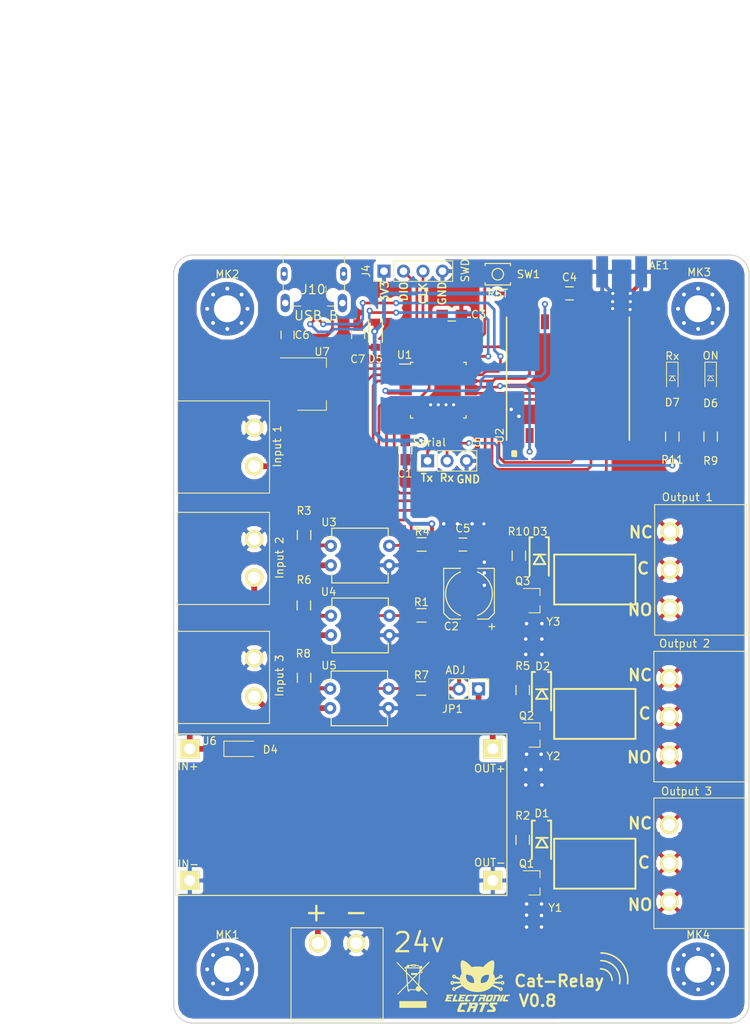
<source format=kicad_pcb>
(kicad_pcb (version 20171130) (host pcbnew "(5.0.0-3-g5ebb6b6)")
  (title_block (title "CatWAN Relay") (date 2018-08-22) (rev 0.8) (company "Electronic Cats") (comment 1 "Eduardo Contreras"))
  (layers (0 F.Cu signal hide) (31 B.Cu signal hide) (34 B.Paste user) (35 F.Paste user) (36 B.SilkS user) (37 F.SilkS user) (38 B.Mask user) (39 F.Mask user) (44 Edge.Cuts user))
  (net 0 "")
  (net 1 GND)
  (net 2 "Net-(AE1-Pad1)")
  (net 3 +3V3)
  (net 4 "Net-(C3-Pad1)")
  (net 5 "Net-(D1-Pad2)")
  (net 6 "Net-(D2-Pad2)")
  (net 7 "Net-(D3-Pad2)")
  (net 8 +24V)
  (net 9 "Net-(D4-Pad2)")
  (net 10 /SWDIO)
  (net 11 /SWCLK)
  (net 12 /Tx)
  (net 13 /Rx)
  (net 14 "Net-(JP1-Pad1)")
  (net 15 "Net-(Q1-Pad1)")
  (net 16 "Net-(Q2-Pad1)")
  (net 17 "Net-(Q3-Pad1)")
  (net 18 /DI2)
  (net 19 /DO1)
  (net 20 "Net-(R3-Pad1)")
  (net 21 /IA2)
  (net 22 /DI1)
  (net 23 /DO2)
  (net 24 "Net-(R6-Pad1)")
  (net 25 /IB2)
  (net 26 /DI3)
  (net 27 "Net-(R8-Pad1)")
  (net 28 /IC2)
  (net 29 /DO3)
  (net 30 /RST)
  (net 31 /DIO0)
  (net 32 /DIO1)
  (net 33 /DIO2)
  (net 34 /DIO5)
  (net 35 /SS)
  (net 36 /MOSI)
  (net 37 /SCK)
  (net 38 /MISO)
  (net 39 /RFM_RST)
  (net 40 "Net-(U2-Pad11)")
  (net 41 "Net-(U2-Pad12)")
  (net 42 /NC1)
  (net 43 /COM1)
  (net 44 /NO1)
  (net 45 /NC2)
  (net 46 /COM2)
  (net 47 /NO2)
  (net 48 /NC3)
  (net 49 /COM3)
  (net 50 /NO3)
  (net 51 "Net-(Y1-Pad7)")
  (net 52 "Net-(Y1-Pad4)")
  (net 53 "Net-(Y2-Pad7)")
  (net 54 "Net-(Y2-Pad4)")
  (net 55 "Net-(Y3-Pad7)")
  (net 56 "Net-(Y3-Pad4)")
  (net 57 "Net-(U1-Pad4)")
  (net 58 "Net-(U1-Pad11)")
  (net 59 "Net-(U1-Pad12)")
  (net 60 "Net-(U1-Pad27)")
  (net 61 VBUS)
  (net 62 "Net-(C7-Pad1)")
  (net 63 /D-)
  (net 64 /D+)
  (net 65 "Net-(D6-Pad2)")
  (net 66 "Net-(D7-Pad2)")
  (net 67 /Rx_LED)
  (module agroin:UD2-3NU (layer F.Cu) (at 174.6 113 90)
    (fp_text reference Y2 (at -2.25 -0.1 180) (layer F.SilkS))
    (fp_text value UD2-3NU)
    (pad 8 smd rect (at -0.5 1.5 180) (size 0.8 2) (layers F.Cu F.Paste F.Mask) (net 3 +3V3))
    (pad 7 smd rect (at -0.5 4.7 180) (size 0.8 2) (layers F.Cu F.Paste F.Mask) (net 53 "Net-(Y2-Pad7)"))
    (pad 6 smd rect (at -0.5 6.9 180) (size 0.8 2) (layers F.Cu F.Paste F.Mask) (net 46 /COM2))
    (pad 5 smd rect (at -0.5 9.1 180) (size 0.8 2) (layers F.Cu F.Paste F.Mask) (net 47 /NO2))
    (pad 1 smd rect (at 7 1.5 180) (size 0.8 2) (layers F.Cu F.Paste F.Mask) (net 6 "Net-(D2-Pad2)"))
    (pad 2 smd rect (at 7 4.7 180) (size 0.8 2) (layers F.Cu F.Paste F.Mask) (net 45 /NC2))
    (pad 3 smd rect (at 7 6.9 180) (size 0.8 2) (layers F.Cu F.Paste F.Mask) (net 46 /COM2))
    (pad 4 smd rect (at 7 9.1 180) (size 0.8 2) (layers F.Cu F.Paste F.Mask) (net 54 "Net-(Y2-Pad4)"))
  )
  (module agroin:UD2-3NU (layer F.Cu) (at 174.6 95.5 90)
    (fp_text reference Y3 (at -2.25 -0.1 180) (layer F.SilkS))
    (fp_text value UD2-3NU)
    (pad 8 smd rect (at -0.5 1.5 180) (size 0.8 2) (layers F.Cu F.Paste F.Mask) (net 3 +3V3))
    (pad 7 smd rect (at -0.5 4.7 180) (size 0.8 2) (layers F.Cu F.Paste F.Mask) (net 55 "Net-(Y3-Pad7)"))
    (pad 6 smd rect (at -0.5 6.9 180) (size 0.8 2) (layers F.Cu F.Paste F.Mask) (net 49 /COM3))
    (pad 5 smd rect (at -0.5 9.1 180) (size 0.8 2) (layers F.Cu F.Paste F.Mask) (net 50 /NO3))
    (pad 1 smd rect (at 7 1.5 180) (size 0.8 2) (layers F.Cu F.Paste F.Mask) (net 7 "Net-(D3-Pad2)"))
    (pad 2 smd rect (at 7 4.7 180) (size 0.8 2) (layers F.Cu F.Paste F.Mask) (net 48 /NC3))
    (pad 3 smd rect (at 7 6.9 180) (size 0.8 2) (layers F.Cu F.Paste F.Mask) (net 49 /COM3))
    (pad 4 smd rect (at 7 9.1 180) (size 0.8 2) (layers F.Cu F.Paste F.Mask) (net 56 "Net-(Y3-Pad4)"))
  )
  (module agroin:UD2-3NU (layer F.Cu) (at 174.6 132.5 90)
    (fp_text reference Y1 (at -2.5 0.15 180) (layer F.SilkS))
    (fp_text value UD2-3NU)
    (pad 8 smd rect (at -0.5 1.5 180) (size 0.8 2) (layers F.Cu F.Paste F.Mask) (net 3 +3V3))
    (pad 7 smd rect (at -0.5 4.7 180) (size 0.8 2) (layers F.Cu F.Paste F.Mask) (net 51 "Net-(Y1-Pad7)"))
    (pad 6 smd rect (at -0.5 6.9 180) (size 0.8 2) (layers F.Cu F.Paste F.Mask) (net 43 /COM1))
    (pad 5 smd rect (at -0.5 9.1 180) (size 0.8 2) (layers F.Cu F.Paste F.Mask) (net 44 /NO1))
    (pad 1 smd rect (at 7 1.5 180) (size 0.8 2) (layers F.Cu F.Paste F.Mask) (net 5 "Net-(D1-Pad2)"))
    (pad 2 smd rect (at 7 4.7 180) (size 0.8 2) (layers F.Cu F.Paste F.Mask) (net 42 /NC1))
    (pad 3 smd rect (at 7 6.9 180) (size 0.8 2) (layers F.Cu F.Paste F.Mask) (net 43 /COM1))
    (pad 4 smd rect (at 7 9.1 180) (size 0.8 2) (layers F.Cu F.Paste F.Mask) (net 52 "Net-(Y1-Pad4)"))
  )
  (module LEDs:LED_0805_HandSoldering (layer F.Cu) (at 195 66.15 270)
    (fp_text reference D6 (at 3.15 0) (layer F.SilkS))
    (fp_text value ON (at -3.05 0) (layer F.SilkS))
    (pad 1 smd rect (at -1.35 0 270) (size 1.5 1.3) (layers F.Cu F.Paste F.Mask) (net 1 GND))
    (pad 2 smd rect (at 1.35 0 270) (size 1.5 1.3) (layers F.Cu F.Paste F.Mask) (net 65 "Net-(D6-Pad2)"))
  )
  (module LEDs:LED_0805_HandSoldering (layer F.Cu) (at 190 66.15 270)
    (fp_text reference D7 (at 3.05 0) (layer F.SilkS))
    (fp_text value Rx (at -3 0) (layer F.SilkS))
    (pad 1 smd rect (at -1.35 0 270) (size 1.5 1.3) (layers F.Cu F.Paste F.Mask) (net 1 GND))
    (pad 2 smd rect (at 1.35 0 270) (size 1.5 1.3) (layers F.Cu F.Paste F.Mask) (net 66 "Net-(D7-Pad2)"))
  )
  (module Housings_QFP:TQFP-32_7x7mm_Pitch0.8mm (layer F.Cu) (at 159.5 67.6)
    (fp_text reference U1 (at -4.4 -4.6) (layer F.SilkS))
    (fp_text value ATSAMD21E)
    (pad 1 smd rect (at -4.25 -2.8) (size 1.6 0.55) (layers F.Cu F.Paste F.Mask) (net 26 /DI3))
    (pad 2 smd rect (at -4.25 -2) (size 1.6 0.55) (layers F.Cu F.Paste F.Mask) (net 18 /DI2))
    (pad 3 smd rect (at -4.25 -1.2) (size 1.6 0.55) (layers F.Cu F.Paste F.Mask) (net 22 /DI1))
    (pad 4 smd rect (at -4.25 -0.4) (size 1.6 0.55) (layers F.Cu F.Paste F.Mask) (net 57 "Net-(U1-Pad4)"))
    (pad 5 smd rect (at -4.25 0.4) (size 1.6 0.55) (layers F.Cu F.Paste F.Mask) (net 31 /DIO0))
    (pad 6 smd rect (at -4.25 1.2) (size 1.6 0.55) (layers F.Cu F.Paste F.Mask) (net 29 /DO3))
    (pad 7 smd rect (at -4.25 2) (size 1.6 0.55) (layers F.Cu F.Paste F.Mask) (net 23 /DO2))
    (pad 8 smd rect (at -4.25 2.8) (size 1.6 0.55) (layers F.Cu F.Paste F.Mask) (net 19 /DO1))
    (pad 9 smd rect (at -2.8 4.25 90) (size 1.6 0.55) (layers F.Cu F.Paste F.Mask) (net 3 +3V3))
    (pad 10 smd rect (at -2 4.25 90) (size 1.6 0.55) (layers F.Cu F.Paste F.Mask) (net 1 GND))
    (pad 11 smd rect (at -1.2 4.25 90) (size 1.6 0.55) (layers F.Cu F.Paste F.Mask) (net 58 "Net-(U1-Pad11)"))
    (pad 12 smd rect (at -0.4 4.25 90) (size 1.6 0.55) (layers F.Cu F.Paste F.Mask) (net 59 "Net-(U1-Pad12)"))
    (pad 13 smd rect (at 0.4 4.25 90) (size 1.6 0.55) (layers F.Cu F.Paste F.Mask) (net 12 /Tx))
    (pad 14 smd rect (at 1.2 4.25 90) (size 1.6 0.55) (layers F.Cu F.Paste F.Mask) (net 13 /Rx))
    (pad 15 smd rect (at 2 4.25 90) (size 1.6 0.55) (layers F.Cu F.Paste F.Mask) (net 67 /Rx_LED))
    (pad 16 smd rect (at 2.8 4.25 90) (size 1.6 0.55) (layers F.Cu F.Paste F.Mask) (net 34 /DIO5))
    (pad 17 smd rect (at 4.25 2.8) (size 1.6 0.55) (layers F.Cu F.Paste F.Mask) (net 39 /RFM_RST))
    (pad 18 smd rect (at 4.25 2) (size 1.6 0.55) (layers F.Cu F.Paste F.Mask) (net 35 /SS))
    (pad 19 smd rect (at 4.25 1.2) (size 1.6 0.55) (layers F.Cu F.Paste F.Mask) (net 36 /MOSI))
    (pad 20 smd rect (at 4.25 0.4) (size 1.6 0.55) (layers F.Cu F.Paste F.Mask) (net 37 /SCK))
    (pad 21 smd rect (at 4.25 -0.4) (size 1.6 0.55) (layers F.Cu F.Paste F.Mask) (net 38 /MISO))
    (pad 22 smd rect (at 4.25 -1.2) (size 1.6 0.55) (layers F.Cu F.Paste F.Mask) (net 32 /DIO1))
    (pad 23 smd rect (at 4.25 -2) (size 1.6 0.55) (layers F.Cu F.Paste F.Mask) (net 63 /D-))
    (pad 24 smd rect (at 4.25 -2.8) (size 1.6 0.55) (layers F.Cu F.Paste F.Mask) (net 64 /D+))
    (pad 25 smd rect (at 2.8 -4.25 90) (size 1.6 0.55) (layers F.Cu F.Paste F.Mask) (net 33 /DIO2))
    (pad 26 smd rect (at 2 -4.25 90) (size 1.6 0.55) (layers F.Cu F.Paste F.Mask) (net 30 /RST))
    (pad 27 smd rect (at 1.2 -4.25 90) (size 1.6 0.55) (layers F.Cu F.Paste F.Mask) (net 60 "Net-(U1-Pad27)"))
    (pad 28 smd rect (at 0.4 -4.25 90) (size 1.6 0.55) (layers F.Cu F.Paste F.Mask) (net 1 GND))
    (pad 29 smd rect (at -0.4 -4.25 90) (size 1.6 0.55) (layers F.Cu F.Paste F.Mask) (net 4 "Net-(C3-Pad1)"))
    (pad 30 smd rect (at -1.2 -4.25 90) (size 1.6 0.55) (layers F.Cu F.Paste F.Mask) (net 3 +3V3))
    (pad 31 smd rect (at -2 -4.25 90) (size 1.6 0.55) (layers F.Cu F.Paste F.Mask) (net 11 /SWCLK))
    (pad 32 smd rect (at -2.8 -4.25 90) (size 1.6 0.55) (layers F.Cu F.Paste F.Mask) (net 10 /SWDIO))
  )
  (module agroin:electronic_cats_logo_8x6 (layer F.Cu) (at 164.6 145.2)
    (fp_text reference G*** hide)
    (fp_text value LOGO hide)
  )
  (module agroin:691313710002 (layer F.Cu) (at 146.3 139.6)
    (fp_text reference J1)
    (fp_text value 24v (at 10.7 -0.1) (layer F.SilkS) (effects (font (size 2.5 2.5) (thickness 0.3))))
    (pad 2 thru_hole circle (at -2.5 0) (size 2.4 2.4) (drill 1.6) (layers *.Cu *.Mask F.SilkS) (net 9 "Net-(D4-Pad2)"))
    (pad 1 thru_hole circle (at 2.5 0) (size 2.4 2.4) (drill 1.6) (layers *.Cu *.Mask F.SilkS) (net 1 GND))
  )
  (module agroin:691313710002 (layer F.Cu) (at 135.5 105 270)
    (fp_text reference J9)
    (fp_text value "Input 3" (at -0.24 -3.294 270) (layer F.SilkS) (effects (font (size 1.00239 1.00239))))
    (pad 1 thru_hole circle (at -2.5 0 270) (size 2.4 2.4) (drill 1.6) (layers *.Cu *.Mask F.SilkS) (net 1 GND))
    (pad 2 thru_hole circle (at 2.5 0 270) (size 2.4 2.4) (drill 1.6) (layers *.Cu *.Mask F.SilkS) (net 28 /IC2))
  )
  (module SMA_EDGE (layer F.Cu) (at 183.4 50.152 270)
    (fp_text reference AE1 (at 0.648 -6.3) (layer F.SilkS) (effects (font (size 0.9652 0.9652)) (justify right top)))
    (fp_text value Antenna_Shield)
    (pad 2 smd rect (at 2.032 -2.54) (size 1.524 4.064) (layers F.Cu F.Paste F.Mask) (net 1 GND))
    (pad 2 smd rect (at 2.032 2.54) (size 1.524 4.064) (layers F.Cu F.Paste F.Mask) (net 1 GND))
    (pad 1 smd rect (at 3.048 0) (size 1.016 2.032) (layers F.Cu F.Paste F.Mask) (net 2 "Net-(AE1-Pad1)"))
    (pad 2 smd rect (at 2.032 -2.54) (size 1.524 4.064) (layers B.Cu B.Paste B.Mask) (net 1 GND))
    (pad 2 smd rect (at 2.032 2.54) (size 1.524 4.064) (layers B.Cu B.Paste B.Mask) (net 1 GND))
  )
  (module Diodes_SMD:D_SOD-123 (layer F.Cu) (at 133.8 114.3)
    (fp_text reference D4 (at 3.8 0.1) (layer F.SilkS))
    (fp_text value FM4007W-W hide)
    (pad 1 smd rect (at -1.65 0) (size 0.9 1.2) (layers F.Cu F.Paste F.Mask) (net 8 +24V))
    (pad 2 smd rect (at 1.65 0) (size 0.9 1.2) (layers F.Cu F.Paste F.Mask) (net 9 "Net-(D4-Pad2)"))
  )
  (module Pin_Headers:Pin_Header_Straight_1x03_Pitch2.54mm (layer F.Cu) (at 158.1 76.8 90)
    (fp_text reference J5 (at 2.4 6.15 180) (layer F.SilkS))
    (fp_text value Serial (at 2.4 0.25 180) (layer F.SilkS))
    (pad 1 thru_hole rect (at 0 0 90) (size 1.7 1.7) (drill 1) (layers *.Cu *.Mask) (net 12 /Tx))
    (pad 2 thru_hole oval (at 0 2.54 90) (size 1.7 1.7) (drill 1) (layers *.Cu *.Mask) (net 13 /Rx))
    (pad 3 thru_hole oval (at 0 5.08 90) (size 1.7 1.7) (drill 1) (layers *.Cu *.Mask) (net 1 GND))
  )
  (module TO_SOT_Packages_SMD:SOT-23 (layer F.Cu) (at 172 131.75)
    (fp_text reference Q1 (at -1 -2.5) (layer F.SilkS))
    (fp_text value MMBT2222A)
    (pad 1 smd rect (at -1 -0.95) (size 0.9 0.8) (layers F.Cu F.Paste F.Mask) (net 15 "Net-(Q1-Pad1)"))
    (pad 2 smd rect (at -1 0.95) (size 0.9 0.8) (layers F.Cu F.Paste F.Mask) (net 1 GND))
    (pad 3 smd rect (at 1 0) (size 0.9 0.8) (layers F.Cu F.Paste F.Mask) (net 5 "Net-(D1-Pad2)"))
  )
  (module TO_SOT_Packages_SMD:SOT-23 (layer F.Cu) (at 172 112.5)
    (fp_text reference Q2 (at -1 -2.5) (layer F.SilkS))
    (fp_text value MMBT2222A)
    (pad 1 smd rect (at -1 -0.95) (size 0.9 0.8) (layers F.Cu F.Paste F.Mask) (net 16 "Net-(Q2-Pad1)"))
    (pad 2 smd rect (at -1 0.95) (size 0.9 0.8) (layers F.Cu F.Paste F.Mask) (net 1 GND))
    (pad 3 smd rect (at 1 0) (size 0.9 0.8) (layers F.Cu F.Paste F.Mask) (net 6 "Net-(D2-Pad2)"))
  )
  (module TO_SOT_Packages_SMD:SOT-23 (layer F.Cu) (at 172 95)
    (fp_text reference Q3 (at -1.5 -2.55) (layer F.SilkS))
    (fp_text value MMBT2222A)
    (pad 1 smd rect (at -1 -0.95) (size 0.9 0.8) (layers F.Cu F.Paste F.Mask) (net 17 "Net-(Q3-Pad1)"))
    (pad 2 smd rect (at -1 0.95) (size 0.9 0.8) (layers F.Cu F.Paste F.Mask) (net 1 GND))
    (pad 3 smd rect (at 1 0) (size 0.9 0.8) (layers F.Cu F.Paste F.Mask) (net 7 "Net-(D3-Pad2)"))
  )
  (module Resistors_SMD:R_0805_HandSoldering (layer F.Cu) (at 157.302 96.92 180)
    (fp_text reference R1 (at 0 1.72 180) (layer F.SilkS))
    (fp_text value 10K)
    (pad 1 smd rect (at -1.35 0 180) (size 1.5 1.3) (layers F.Cu F.Paste F.Mask) (net 3 +3V3))
    (pad 2 smd rect (at 1.35 0 180) (size 1.5 1.3) (layers F.Cu F.Paste F.Mask) (net 18 /DI2))
  )
  (module Resistors_SMD:R_0805_HandSoldering (layer F.Cu) (at 170.5 126.15 90)
    (fp_text reference R2 (at 3.15 0 180) (layer F.SilkS))
    (fp_text value 1K)
    (pad 1 smd rect (at -1.35 0 90) (size 1.5 1.3) (layers F.Cu F.Paste F.Mask) (net 15 "Net-(Q1-Pad1)"))
    (pad 2 smd rect (at 1.35 0 90) (size 1.5 1.3) (layers F.Cu F.Paste F.Mask) (net 29 /DO3))
  )
  (module Resistors_SMD:R_0805_HandSoldering (layer F.Cu) (at 142 86.45 90)
    (fp_text reference R3 (at 3.15 0 180) (layer F.SilkS))
    (fp_text value 2.2k)
    (pad 1 smd rect (at -1.35 0 90) (size 1.5 1.3) (layers F.Cu F.Paste F.Mask) (net 20 "Net-(R3-Pad1)"))
    (pad 2 smd rect (at 1.35 0 90) (size 1.5 1.3) (layers F.Cu F.Paste F.Mask) (net 8 +24V))
  )
  (module Resistors_SMD:R_0805_HandSoldering (layer F.Cu) (at 157.324 87.688 180)
    (fp_text reference R4 (at -0.076 1.688 180) (layer F.SilkS))
    (fp_text value 10K)
    (pad 1 smd rect (at -1.35 0 180) (size 1.5 1.3) (layers F.Cu F.Paste F.Mask) (net 3 +3V3))
    (pad 2 smd rect (at 1.35 0 180) (size 1.5 1.3) (layers F.Cu F.Paste F.Mask) (net 22 /DI1))
  )
  (module Resistors_SMD:R_0805_HandSoldering (layer F.Cu) (at 170.5 106.65 90)
    (fp_text reference R5 (at 3.15 0 180) (layer F.SilkS))
    (fp_text value 1K)
    (pad 1 smd rect (at -1.35 0 90) (size 1.5 1.3) (layers F.Cu F.Paste F.Mask) (net 16 "Net-(Q2-Pad1)"))
    (pad 2 smd rect (at 1.35 0 90) (size 1.5 1.3) (layers F.Cu F.Paste F.Mask) (net 23 /DO2))
  )
  (module Resistors_SMD:R_0805_HandSoldering (layer F.Cu) (at 141.975 95.625 90)
    (fp_text reference R6 (at 3.325 0.025 180) (layer F.SilkS))
    (fp_text value 2.2k)
    (pad 1 smd rect (at -1.35 0 90) (size 1.5 1.3) (layers F.Cu F.Paste F.Mask) (net 24 "Net-(R6-Pad1)"))
    (pad 2 smd rect (at 1.35 0 90) (size 1.5 1.3) (layers F.Cu F.Paste F.Mask) (net 8 +24V))
  )
  (module Resistors_SMD:R_0805_HandSoldering (layer F.Cu) (at 157.256 106.44 180)
    (fp_text reference R7 (at -0.044 1.74 180) (layer F.SilkS))
    (fp_text value 10K)
    (pad 1 smd rect (at -1.35 0 180) (size 1.5 1.3) (layers F.Cu F.Paste F.Mask) (net 3 +3V3))
    (pad 2 smd rect (at 1.35 0 180) (size 1.5 1.3) (layers F.Cu F.Paste F.Mask) (net 26 /DI3))
  )
  (module Resistors_SMD:R_0805_HandSoldering (layer F.Cu) (at 142 105.05 90)
    (fp_text reference R8 (at 3.15 -0.1 180) (layer F.SilkS))
    (fp_text value 2.2k)
    (pad 1 smd rect (at -1.35 0 90) (size 1.5 1.3) (layers F.Cu F.Paste F.Mask) (net 27 "Net-(R8-Pad1)"))
    (pad 2 smd rect (at 1.35 0 90) (size 1.5 1.3) (layers F.Cu F.Paste F.Mask) (net 8 +24V))
  )
  (module Resistors_SMD:R_0805_HandSoldering (layer F.Cu) (at 170 89.15 90)
    (fp_text reference R10 (at 3.15 0) (layer F.SilkS))
    (fp_text value 1K)
    (pad 1 smd rect (at -1.35 0 90) (size 1.5 1.3) (layers F.Cu F.Paste F.Mask) (net 17 "Net-(Q3-Pad1)"))
    (pad 2 smd rect (at 1.35 0 90) (size 1.5 1.3) (layers F.Cu F.Paste F.Mask) (net 19 /DO1))
  )
  (module agroin:LM2596DC-DC (layer F.Cu) (at 125.2585 112.3565)
    (fp_text reference U6 (at 4.365 0.9135) (layer F.SilkS))
    (fp_text value LM2596_DC-DC)
    (fp_text user OUT- (at 40.96 16.75) (layer F.SilkS))
    (fp_text user OUT+ (at 40.95 4.5) (layer F.SilkS))
    (fp_text user IN- (at 1.65 16.95) (layer F.SilkS))
    (fp_text user IN+ (at 1.6 4.2) (layer F.SilkS))
    (pad 2 thru_hole rect (at 1.84 19.0885) (size 2.5 2.5) (drill 1.42) (layers *.Cu *.Mask F.SilkS) (net 1 GND))
    (pad 4 thru_hole rect (at 41.3385 19.0885) (size 2.5 2.5) (drill 1.42) (layers *.Cu *.Mask F.SilkS) (net 1 GND))
    (pad 1 thru_hole rect (at 1.8415 1.9435) (size 2.5 2.5) (drill 1.42) (layers *.Cu *.Mask F.SilkS) (net 8 +24V))
    (pad 3 thru_hole rect (at 41.3385 1.9435) (size 2.5 2.5) (drill 1.42) (layers *.Cu *.Mask F.SilkS) (net 14 "Net-(JP1-Pad1)"))
  )
  (module Mounting_Holes:MountingHole_3.5mm_Pad_Via (layer F.Cu) (at 132 143)
    (fp_text reference MK1 (at 0 -4.5) (layer F.SilkS))
    (fp_text value Mounting_Hole)
    (pad 1 thru_hole circle (at 0 0) (size 7 7) (drill 3.5) (layers *.Cu *.Mask))
    (pad "" thru_hole circle (at 2.625 0) (size 0.6 0.6) (drill 0.5) (layers *.Cu *.Mask))
    (pad "" thru_hole circle (at 1.856155 1.856155) (size 0.6 0.6) (drill 0.5) (layers *.Cu *.Mask))
    (pad "" thru_hole circle (at 0 2.625) (size 0.6 0.6) (drill 0.5) (layers *.Cu *.Mask))
    (pad "" thru_hole circle (at -1.856155 1.856155) (size 0.6 0.6) (drill 0.5) (layers *.Cu *.Mask))
    (pad "" thru_hole circle (at -2.625 0) (size 0.6 0.6) (drill 0.5) (layers *.Cu *.Mask))
    (pad "" thru_hole circle (at -1.856155 -1.856155) (size 0.6 0.6) (drill 0.5) (layers *.Cu *.Mask))
    (pad "" thru_hole circle (at 0 -2.625) (size 0.6 0.6) (drill 0.5) (layers *.Cu *.Mask))
    (pad "" thru_hole circle (at 1.856155 -1.856155) (size 0.6 0.6) (drill 0.5) (layers *.Cu *.Mask))
  )
  (module Mounting_Holes:MountingHole_3.5mm_Pad_Via (layer F.Cu) (at 132 57)
    (fp_text reference MK2 (at 0 -4.5) (layer F.SilkS))
    (fp_text value Mounting_Hole)
    (pad 1 thru_hole circle (at 0 0) (size 7 7) (drill 3.5) (layers *.Cu *.Mask))
    (pad "" thru_hole circle (at 2.625 0) (size 0.6 0.6) (drill 0.5) (layers *.Cu *.Mask))
    (pad "" thru_hole circle (at 1.856155 1.856155) (size 0.6 0.6) (drill 0.5) (layers *.Cu *.Mask))
    (pad "" thru_hole circle (at 0 2.625) (size 0.6 0.6) (drill 0.5) (layers *.Cu *.Mask))
    (pad "" thru_hole circle (at -1.856155 1.856155) (size 0.6 0.6) (drill 0.5) (layers *.Cu *.Mask))
    (pad "" thru_hole circle (at -2.625 0) (size 0.6 0.6) (drill 0.5) (layers *.Cu *.Mask))
    (pad "" thru_hole circle (at -1.856155 -1.856155) (size 0.6 0.6) (drill 0.5) (layers *.Cu *.Mask))
    (pad "" thru_hole circle (at 0 -2.625) (size 0.6 0.6) (drill 0.5) (layers *.Cu *.Mask))
    (pad "" thru_hole circle (at 1.856155 -1.856155) (size 0.6 0.6) (drill 0.5) (layers *.Cu *.Mask))
  )
  (module Mounting_Holes:MountingHole_3.5mm_Pad_Via (layer F.Cu) (at 193.375 57)
    (fp_text reference MK3 (at 0.125 -4.75) (layer F.SilkS))
    (fp_text value Mounting_Hole)
    (pad 1 thru_hole circle (at 0 0) (size 7 7) (drill 3.5) (layers *.Cu *.Mask))
    (pad "" thru_hole circle (at 2.625 0) (size 0.6 0.6) (drill 0.5) (layers *.Cu *.Mask))
    (pad "" thru_hole circle (at 1.856155 1.856155) (size 0.6 0.6) (drill 0.5) (layers *.Cu *.Mask))
    (pad "" thru_hole circle (at 0 2.625) (size 0.6 0.6) (drill 0.5) (layers *.Cu *.Mask))
    (pad "" thru_hole circle (at -1.856155 1.856155) (size 0.6 0.6) (drill 0.5) (layers *.Cu *.Mask))
    (pad "" thru_hole circle (at -2.625 0) (size 0.6 0.6) (drill 0.5) (layers *.Cu *.Mask))
    (pad "" thru_hole circle (at -1.856155 -1.856155) (size 0.6 0.6) (drill 0.5) (layers *.Cu *.Mask))
    (pad "" thru_hole circle (at 0 -2.625) (size 0.6 0.6) (drill 0.5) (layers *.Cu *.Mask))
    (pad "" thru_hole circle (at 1.856155 -1.856155) (size 0.6 0.6) (drill 0.5) (layers *.Cu *.Mask))
  )
  (module Mounting_Holes:MountingHole_3.5mm_Pad_Via (layer F.Cu) (at 193.375 143)
    (fp_text reference MK4 (at 0 -4.5) (layer F.SilkS))
    (fp_text value Mounting_Hole)
    (pad 1 thru_hole circle (at 0 0) (size 7 7) (drill 3.5) (layers *.Cu *.Mask))
    (pad "" thru_hole circle (at 2.625 0) (size 0.6 0.6) (drill 0.5) (layers *.Cu *.Mask))
    (pad "" thru_hole circle (at 1.856155 1.856155) (size 0.6 0.6) (drill 0.5) (layers *.Cu *.Mask))
    (pad "" thru_hole circle (at 0 2.625) (size 0.6 0.6) (drill 0.5) (layers *.Cu *.Mask))
    (pad "" thru_hole circle (at -1.856155 1.856155) (size 0.6 0.6) (drill 0.5) (layers *.Cu *.Mask))
    (pad "" thru_hole circle (at -2.625 0) (size 0.6 0.6) (drill 0.5) (layers *.Cu *.Mask))
    (pad "" thru_hole circle (at -1.856155 -1.856155) (size 0.6 0.6) (drill 0.5) (layers *.Cu *.Mask))
    (pad "" thru_hole circle (at 0 -2.625) (size 0.6 0.6) (drill 0.5) (layers *.Cu *.Mask))
    (pad "" thru_hole circle (at 1.856155 -1.856155) (size 0.6 0.6) (drill 0.5) (layers *.Cu *.Mask))
  )
  (module agroin:691313710003 (layer F.Cu) (at 189.6 129.2 90)
    (fp_text reference J2)
    (fp_text value "Output 3" (at 9.374 2.262 180) (layer F.SilkS) (effects (font (size 1.00416 1.00416))))
    (pad 1 thru_hole circle (at -5 0 90) (size 2.4 2.4) (drill 1.6) (layers *.Cu *.Mask F.SilkS) (net 44 /NO1))
    (pad 2 thru_hole circle (at 0 0 90) (size 2.4 2.4) (drill 1.6) (layers *.Cu *.Mask F.SilkS) (net 43 /COM1))
    (pad 3 thru_hole circle (at 5 0 90) (size 2.4 2.4) (drill 1.6) (layers *.Cu *.Mask F.SilkS) (net 42 /NC1))
  )
  (module agroin:691313710002 (layer F.Cu) (at 135.5 75 270)
    (fp_text reference J3)
    (fp_text value "Input 1" (at -0.09 -2.994 270) (layer F.SilkS) (effects (font (size 1.00239 1.00239))))
    (pad 1 thru_hole circle (at -2.5 0 270) (size 2.4 2.4) (drill 1.6) (layers *.Cu *.Mask F.SilkS) (net 1 GND))
    (pad 2 thru_hole circle (at 2.5 0 270) (size 2.4 2.4) (drill 1.6) (layers *.Cu *.Mask F.SilkS) (net 21 /IA2))
  )
  (module agroin:691313710003 (layer F.Cu) (at 189.6 110.1 90)
    (fp_text reference J6)
    (fp_text value "Output 2" (at 9.516 2.008 180) (layer F.SilkS) (effects (font (size 1.00416 1.00416))))
    (pad 1 thru_hole circle (at -5 0 90) (size 2.4 2.4) (drill 1.6) (layers *.Cu *.Mask F.SilkS) (net 47 /NO2))
    (pad 2 thru_hole circle (at 0 0 90) (size 2.4 2.4) (drill 1.6) (layers *.Cu *.Mask F.SilkS) (net 46 /COM2))
    (pad 3 thru_hole circle (at 5 0 90) (size 2.4 2.4) (drill 1.6) (layers *.Cu *.Mask F.SilkS) (net 45 /NC2))
  )
  (module agroin:691313710003 (layer F.Cu) (at 189.7 91 90)
    (fp_text reference J7)
    (fp_text value "Output 1" (at 9.466 2.262 180) (layer F.SilkS) (effects (font (size 1.00416 1.00416))))
    (pad 1 thru_hole circle (at -5 0 90) (size 2.4 2.4) (drill 1.6) (layers *.Cu *.Mask F.SilkS) (net 50 /NO3))
    (pad 2 thru_hole circle (at 0 0 90) (size 2.4 2.4) (drill 1.6) (layers *.Cu *.Mask F.SilkS) (net 49 /COM3))
    (pad 3 thru_hole circle (at 5 0 90) (size 2.4 2.4) (drill 1.6) (layers *.Cu *.Mask F.SilkS) (net 48 /NC3))
  )
  (module agroin:691313710002 (layer F.Cu) (at 135.5 89.5 270)
    (fp_text reference J8)
    (fp_text value "Input 2" (at -0.09 -3.294 270) (layer F.SilkS) (effects (font (size 1.00239 1.00239))))
    (pad 1 thru_hole circle (at -2.5 0 270) (size 2.4 2.4) (drill 1.6) (layers *.Cu *.Mask F.SilkS) (net 1 GND))
    (pad 2 thru_hole circle (at 2.5 0 270) (size 2.4 2.4) (drill 1.6) (layers *.Cu *.Mask F.SilkS) (net 25 /IB2))
  )
  (module Capacitors_SMD:C_0805_HandSoldering (layer F.Cu) (at 155.2 75.4 270)
    (fp_text reference C1 (at 3.05 0.05 180) (layer F.SilkS))
    (fp_text value 0.1uF)
    (pad 1 smd rect (at -1.25 0 270) (size 1.5 1.25) (layers F.Cu F.Paste F.Mask) (net 3 +3V3))
    (pad 2 smd rect (at 1.25 0 270) (size 1.5 1.25) (layers F.Cu F.Paste F.Mask) (net 1 GND))
  )
  (module Capacitors_SMD:C_0805_HandSoldering (layer F.Cu) (at 161.25 57.75)
    (fp_text reference C3 (at 3.5 0) (layer F.SilkS))
    (fp_text value 1uF)
    (pad 1 smd rect (at -1.25 0) (size 1.5 1.25) (layers F.Cu F.Paste F.Mask) (net 4 "Net-(C3-Pad1)"))
    (pad 2 smd rect (at 1.25 0) (size 1.5 1.25) (layers F.Cu F.Paste F.Mask) (net 1 GND))
  )
  (module Capacitors_SMD:C_0805_HandSoldering (layer F.Cu) (at 176.6 55)
    (fp_text reference C4 (at 0 -2.1) (layer F.SilkS))
    (fp_text value 0.1uF)
    (pad 1 smd rect (at -1.25 0) (size 1.5 1.25) (layers F.Cu F.Paste F.Mask) (net 3 +3V3))
    (pad 2 smd rect (at 1.25 0) (size 1.5 1.25) (layers F.Cu F.Paste F.Mask) (net 1 GND))
  )
  (module Pin_Headers:Pin_Header_Straight_1x04_Pitch2.54mm (layer F.Cu) (at 152.42 52.1 90)
    (fp_text reference J4 (at 0 -2.33 90) (layer F.SilkS))
    (fp_text value SWD (at 0.1 10.58 90) (layer F.SilkS))
    (pad 1 thru_hole rect (at 0 0 90) (size 1.7 1.7) (drill 1) (layers *.Cu *.Mask) (net 3 +3V3))
    (pad 2 thru_hole oval (at 0 2.54 90) (size 1.7 1.7) (drill 1) (layers *.Cu *.Mask) (net 10 /SWDIO))
    (pad 3 thru_hole oval (at 0 5.08 90) (size 1.7 1.7) (drill 1) (layers *.Cu *.Mask) (net 11 /SWCLK))
    (pad 4 thru_hole oval (at 0 7.62 90) (size 1.7 1.7) (drill 1) (layers *.Cu *.Mask) (net 1 GND))
  )
  (module Buttons_Switches_SMD:SW_SPST_B3U-1000P (layer F.Cu) (at 167.25 52.5)
    (fp_text reference SW1 (at 4 0) (layer F.SilkS))
    (fp_text value RST (at 0 2.5) (layer F.SilkS))
    (pad 1 smd rect (at -1.7 0) (size 0.9 1.7) (layers F.Cu F.Paste F.Mask) (net 30 /RST))
    (pad 2 smd rect (at 1.7 0) (size 0.9 1.7) (layers F.Cu F.Paste F.Mask) (net 1 GND))
  )
  (module Capacitors_SMD:C_0805_HandSoldering (layer F.Cu) (at 162.7 87.7)
    (fp_text reference C5 (at 0 -2.1) (layer F.SilkS))
    (fp_text value 0.1uF)
    (pad 1 smd rect (at -1.25 0) (size 1.5 1.25) (layers F.Cu F.Paste F.Mask) (net 3 +3V3))
    (pad 2 smd rect (at 1.25 0) (size 1.5 1.25) (layers F.Cu F.Paste F.Mask) (net 1 GND))
  )
  (module Pin_Headers:Pin_Header_Straight_1x02_Pitch2.54mm (layer F.Cu) (at 164.74 106.5 270)
    (fp_text reference JP1 (at 2.6 3.39) (layer F.SilkS))
    (fp_text value ADJ (at -2.45 2.99) (layer F.SilkS))
    (pad 1 thru_hole rect (at 0 0 270) (size 1.7 1.7) (drill 1) (layers *.Cu *.Mask) (net 14 "Net-(JP1-Pad1)"))
    (pad 2 thru_hole oval (at 0 2.54 270) (size 1.7 1.7) (drill 1) (layers *.Cu *.Mask) (net 3 +3V3))
  )
  (module Capacitors_SMD:c_elec_6.3x7.7 (layer F.Cu) (at 163.5 94.1 90)
    (fp_text reference C2 (at -4.25 -2.3 180) (layer F.SilkS))
    (fp_text value 470uF)
    (fp_text user + (at -4.2799 2.9083 90) (layer F.SilkS))
    (pad 1 smd rect (at -2.7 0 270) (size 3.5 1.6) (layers F.Cu F.Paste F.Mask) (net 3 +3V3))
    (pad 2 smd rect (at 2.7 0 270) (size 3.5 1.6) (layers F.Cu F.Paste F.Mask) (net 1 GND))
  )
  (module Symbols:WEEE-Logo_4.2x6mm_SilkScreen (layer F.Cu) (at 156.2 145)
    (fp_text reference REF*** hide)
    (fp_text value WEEE-Logo_4.2x6mm_SilkScreen hide)
  )
  (module agroin:RFM95W (layer F.Cu) (at 176.4 66.1 90)
    (fp_text reference U2 (at -7.4 -8.9 270) (layer F.SilkS))
    (fp_text value RFM95W-868S2)
    (pad 1 smd rect (at -7.4 -7 90) (size 1.95 1.05) (layers F.Cu F.Paste F.Mask) (net 1 GND))
    (pad 2 smd rect (at -7.4 -5 90) (size 1.95 1.05) (layers F.Cu F.Paste F.Mask) (net 38 /MISO))
    (pad 3 smd rect (at -7.4 -3 90) (size 1.95 1.05) (layers F.Cu F.Paste F.Mask) (net 36 /MOSI))
    (pad 4 smd rect (at -7.4 -1 90) (size 1.95 1.05) (layers F.Cu F.Paste F.Mask) (net 37 /SCK))
    (pad 5 smd rect (at -7.4 1 90) (size 1.95 1.05) (layers F.Cu F.Paste F.Mask) (net 35 /SS))
    (pad 6 smd rect (at -7.4 3 90) (size 1.95 1.05) (layers F.Cu F.Paste F.Mask) (net 39 /RFM_RST))
    (pad 7 smd rect (at -7.4 5 90) (size 1.95 1.05) (layers F.Cu F.Paste F.Mask) (net 34 /DIO5))
    (pad 8 smd rect (at -7.4 7 90) (size 1.95 1.05) (layers F.Cu F.Paste F.Mask) (net 1 GND))
    (pad 9 smd rect (at 7.4 7 270) (size 1.95 1.05) (layers F.Cu F.Paste F.Mask) (net 2 "Net-(AE1-Pad1)"))
    (pad 10 smd rect (at 7.4 5 270) (size 1.95 1.05) (layers F.Cu F.Paste F.Mask) (net 1 GND))
    (pad 11 smd rect (at 7.4 3 270) (size 1.95 1.05) (layers F.Cu F.Paste F.Mask) (net 40 "Net-(U2-Pad11)"))
    (pad 12 smd rect (at 7.4 1 270) (size 1.95 1.05) (layers F.Cu F.Paste F.Mask) (net 41 "Net-(U2-Pad12)"))
    (pad 13 smd rect (at 7.4 -1 270) (size 1.95 1.05) (layers F.Cu F.Paste F.Mask) (net 3 +3V3))
    (pad 14 smd rect (at 7.4 -3 270) (size 1.95 1.05) (layers F.Cu F.Paste F.Mask) (net 31 /DIO0))
    (pad 15 smd rect (at 7.4 -5 270) (size 1.95 1.05) (layers F.Cu F.Paste F.Mask) (net 32 /DIO1))
    (pad 16 smd rect (at 7.4 -7 270) (size 1.95 1.05) (layers F.Cu F.Paste F.Mask) (net 33 /DIO2))
  )
  (module Housings_DIP:DIP-4_W7.62mm (layer F.Cu) (at 145.48 87.86)
    (fp_text reference U3 (at -0.23 -3.06) (layer F.SilkS))
    (fp_text value LTV-817)
    (pad 1 thru_hole oval (at 0 0) (size 1.6 1.6) (drill 0.8) (layers *.Cu *.Mask) (net 20 "Net-(R3-Pad1)"))
    (pad 2 thru_hole oval (at 0 2.54) (size 1.6 1.6) (drill 0.8) (layers *.Cu *.Mask) (net 21 /IA2))
    (pad 3 thru_hole oval (at 7.62 2.54) (size 1.6 1.6) (drill 0.8) (layers *.Cu *.Mask) (net 1 GND))
    (pad 4 thru_hole oval (at 7.62 0) (size 1.6 1.6) (drill 0.8) (layers *.Cu *.Mask) (net 22 /DI1))
  )
  (module Housings_DIP:DIP-4_W7.62mm (layer F.Cu) (at 145.5 96.96)
    (fp_text reference U4 (at -0.3 -3.11) (layer F.SilkS))
    (fp_text value LTV-817)
    (pad 1 thru_hole oval (at 0 0) (size 1.6 1.6) (drill 0.8) (layers *.Cu *.Mask) (net 24 "Net-(R6-Pad1)"))
    (pad 2 thru_hole oval (at 0 2.54) (size 1.6 1.6) (drill 0.8) (layers *.Cu *.Mask) (net 25 /IB2))
    (pad 3 thru_hole oval (at 7.62 2.54) (size 1.6 1.6) (drill 0.8) (layers *.Cu *.Mask) (net 1 GND))
    (pad 4 thru_hole oval (at 7.62 0) (size 1.6 1.6) (drill 0.8) (layers *.Cu *.Mask) (net 18 /DI2))
  )
  (module Housings_DIP:DIP-4_W7.62mm (layer F.Cu) (at 145.4 106.46)
    (fp_text reference U5 (at -0.15 -3.01) (layer F.SilkS))
    (fp_text value LTV-817)
    (pad 1 thru_hole oval (at 0 0) (size 1.6 1.6) (drill 0.8) (layers *.Cu *.Mask) (net 27 "Net-(R8-Pad1)"))
    (pad 2 thru_hole oval (at 0 2.54) (size 1.6 1.6) (drill 0.8) (layers *.Cu *.Mask) (net 28 /IC2))
    (pad 3 thru_hole oval (at 7.62 2.54) (size 1.6 1.6) (drill 0.8) (layers *.Cu *.Mask) (net 1 GND))
    (pad 4 thru_hole oval (at 7.62 0) (size 1.6 1.6) (drill 0.8) (layers *.Cu *.Mask) (net 26 /DI3))
  )
  (module Capacitors_SMD:C_0805_HandSoldering (layer F.Cu) (at 139.85 60.4 270)
    (fp_text reference C6 (at 0 -1.9) (layer F.SilkS))
    (fp_text value 10uF)
    (pad 1 smd rect (at -1.25 0 270) (size 1.5 1.25) (layers F.Cu F.Paste F.Mask) (net 61 VBUS))
    (pad 2 smd rect (at 1.25 0 270) (size 1.5 1.25) (layers F.Cu F.Paste F.Mask) (net 1 GND))
  )
  (module Capacitors_SMD:C_0805_HandSoldering (layer F.Cu) (at 149.05 60.375 90)
    (fp_text reference C7 (at -3.175 -0.05 180) (layer F.SilkS))
    (fp_text value 10uF)
    (pad 1 smd rect (at -1.25 0 90) (size 1.5 1.25) (layers F.Cu F.Paste F.Mask) (net 62 "Net-(C7-Pad1)"))
    (pad 2 smd rect (at 1.25 0 90) (size 1.5 1.25) (layers F.Cu F.Paste F.Mask) (net 1 GND))
  )
  (module Diodes_SMD:SOD-123 (layer F.Cu) (at 151.3 60.375 270)
    (fp_text reference D5 (at 3.125 0) (layer F.SilkS))
    (fp_text value MBR120)
    (pad 1 smd rect (at -1.635 0 270) (size 0.91 1.22) (layers F.Cu F.Paste F.Mask) (net 3 +3V3))
    (pad 2 smd rect (at 1.635 0 270) (size 0.91 1.22) (layers F.Cu F.Paste F.Mask) (net 62 "Net-(C7-Pad1)"))
  )
  (module USB:629105150521 (layer F.Cu) (at 143.275 55.2 180)
    (fp_text reference J10 (at 0.075 0 180) (layer F.SilkS) (effects (font (size 1.2065 1.2065) (thickness 0.1651)) (justify bottom)))
    (fp_text value USB_B (at 2.675 -3.4 180) (layer F.SilkS) (effects (font (size 1.2065 1.2065) (thickness 0.1651)) (justify left bottom)))
    (fp_text user 1 (at -1.6 0.75 180) (layer F.SilkS) (effects (font (size 0.77216 0.77216) (thickness 0.065024))))
    (pad 1 smd rect (at -1.3 -1.05 180) (size 0.45 1.3) (layers F.Cu F.Paste F.Mask) (net 61 VBUS))
    (pad 2 smd rect (at -0.65 -1.05 180) (size 0.45 1.3) (layers F.Cu F.Paste F.Mask) (net 63 /D-))
    (pad 3 smd rect (at 0 -1.05 180) (size 0.45 1.3) (layers F.Cu F.Paste F.Mask) (net 64 /D+))
    (pad 4 smd rect (at 0.65 -1.05 180) (size 0.45 1.3) (layers F.Cu F.Paste F.Mask) (net 1 GND))
    (pad 5 smd rect (at 1.3 -1.05 180) (size 0.45 1.3) (layers F.Cu F.Paste F.Mask) (net 1 GND))
    (pad SHEL thru_hole oval (at -3.725 -1.05 270) (size 2.4 1.2) (drill 0.85) (layers *.Cu *.Mask))
    (pad SHEL thru_hole oval (at 3.725 -1.05 270) (size 2.4 1.2) (drill 0.85) (layers *.Cu *.Mask))
    (pad SHEL thru_hole oval (at -3.875 2.75 270) (size 1.8 0.9) (drill 0.55) (layers *.Cu *.Mask))
    (pad SHEL thru_hole oval (at 3.875 2.75 270) (size 1.8 0.9) (drill 0.55) (layers *.Cu *.Mask))
    (pad "" np_thru_hole circle (at -2.5 0 180) (size 0.8 0.8) (drill 0.8) (layers *.Cu))
    (pad "" np_thru_hole circle (at 2.5 0 180) (size 0.8 0.8) (drill 0.8) (layers *.Cu))
  )
  (module TO_SOT_Packages_SMD:SOT-223-3Lead_TabPin2 (layer F.Cu) (at 143 66.8)
    (fp_text reference U7 (at 1.35 -4.2 180) (layer F.SilkS))
    (fp_text value AP2114H-3.3TRG1)
    (pad 2 smd rect (at 3.15 0) (size 2 3.8) (layers F.Cu F.Paste F.Mask) (net 62 "Net-(C7-Pad1)"))
    (pad 2 smd rect (at -3.15 0) (size 2 1.5) (layers F.Cu F.Paste F.Mask) (net 62 "Net-(C7-Pad1)"))
    (pad 3 smd rect (at -3.15 2.3) (size 2 1.5) (layers F.Cu F.Paste F.Mask) (net 61 VBUS))
    (pad 1 smd rect (at -3.15 -2.3) (size 2 1.5) (layers F.Cu F.Paste F.Mask) (net 1 GND))
  )
  (module Resistors_SMD:R_0805_HandSoldering (layer F.Cu) (at 195 73.65 90)
    (fp_text reference R9 (at -3.15 0 180) (layer F.SilkS))
    (fp_text value 120R)
    (pad 1 smd rect (at -1.35 0 90) (size 1.5 1.3) (layers F.Cu F.Paste F.Mask) (net 3 +3V3))
    (pad 2 smd rect (at 1.35 0 90) (size 1.5 1.3) (layers F.Cu F.Paste F.Mask) (net 65 "Net-(D6-Pad2)"))
  )
  (module Resistors_SMD:R_0805_HandSoldering (layer F.Cu) (at 190 73.65 90)
    (fp_text reference R11 (at -3 0 180) (layer F.SilkS))
    (fp_text value 120R)
    (pad 1 smd rect (at -1.35 0 90) (size 1.5 1.3) (layers F.Cu F.Paste F.Mask) (net 67 /Rx_LED))
    (pad 2 smd rect (at 1.35 0 90) (size 1.5 1.3) (layers F.Cu F.Paste F.Mask) (net 66 "Net-(D7-Pad2)"))
  )
  (module agroin:F4007 (layer F.Cu) (at 173 124.64 270)
    (fp_text reference D1 (at -1.94 0) (layer F.SilkS))
    (fp_text value FM4007W-W)
    (pad 1 smd rect (at 0 0 270) (size 1.6 1.7) (layers F.Cu F.Paste F.Mask) (net 3 +3V3))
    (pad 2 smd rect (at 3.76 0 270) (size 1.6 1.7) (layers F.Cu F.Paste F.Mask) (net 5 "Net-(D1-Pad2)"))
  )
  (module agroin:F4007 (layer F.Cu) (at 173 105.29 270)
    (fp_text reference D2 (at -1.74 -0.1) (layer F.SilkS))
    (fp_text value FM4007W-W)
    (pad 1 smd rect (at 0 0 270) (size 1.6 1.7) (layers F.Cu F.Paste F.Mask) (net 3 +3V3))
    (pad 2 smd rect (at 3.76 0 270) (size 1.6 1.7) (layers F.Cu F.Paste F.Mask) (net 6 "Net-(D2-Pad2)"))
  )
  (module agroin:F4007 (layer F.Cu) (at 172.7 87.75 270)
    (fp_text reference D3 (at -1.75 -0.05 180) (layer F.SilkS))
    (fp_text value FM4007W-W)
    (pad 1 smd rect (at 0 0 270) (size 1.6 1.7) (layers F.Cu F.Paste F.Mask) (net 3 +3V3))
    (pad 2 smd rect (at 3.76 0 270) (size 1.6 1.7) (layers F.Cu F.Paste F.Mask) (net 7 "Net-(D3-Pad2)"))
  )
  (gr_text "V0.8\n" (at 172.45 147.1) (layer F.SilkS) (effects (font (size 1.5 1.5) (thickness 0.3))))
  (gr_arc (start 180.7 144.375) (end 180.7 140.875) (angle 98.13010698) (layer F.SilkS) (width 0.2))
  (gr_arc (start 180.675 144.375) (end 180.675 141.875) (angle 101.3099235) (layer F.SilkS) (width 0.2))
  (gr_arc (start 180.65 144.45) (end 180.65 142.95) (angle 90) (layer F.SilkS) (width 0.2))
  (gr_text Cat-Relay (at 175.25 144.525) (layer F.SilkS) (effects (font (size 1.5 1.5) (thickness 0.3))))
  (gr_text GND (at 160 55 90) (layer F.SilkS) (effects (font (size 1 1) (thickness 0.2))))
  (gr_text 3V3 (at 152.5 54.75 90) (layer F.SilkS) (effects (font (size 1 1) (thickness 0.2))))
  (gr_text "CLK\n" (at 157.5 55 90) (layer F.SilkS) (effects (font (size 1 1) (thickness 0.2))))
  (gr_text DIO (at 155 54.75 90) (layer F.SilkS) (effects (font (size 1 1) (thickness 0.2))))
  (gr_arc (start 197.5 52.5) (end 197.5 50) (angle 90) (layer Edge.Cuts) (width 0.15))
  (gr_arc (start 127.5 52.5) (end 125 52.5) (angle 90) (layer Edge.Cuts) (width 0.15))
  (gr_arc (start 127.5 147.5) (end 127.5 150) (angle 90) (layer Edge.Cuts) (width 0.15))
  (gr_arc (start 197.5 147.5) (end 200 147.5) (angle 90) (layer Edge.Cuts) (width 0.15))
  (gr_text GND (at 163.4 79.2) (layer F.SilkS) (effects (font (size 1 1) (thickness 0.2))))
  (gr_text Rx (at 160.6 79) (layer F.SilkS) (effects (font (size 1 1) (thickness 0.2))))
  (gr_text Tx (at 158 79) (layer F.SilkS) (effects (font (size 1 1) (thickness 0.2))))
  (gr_text C (at 186.2 90.8) (layer F.SilkS) (effects (font (size 1.5 1.5) (thickness 0.3))))
  (gr_text C (at 186.4 109.7) (layer F.SilkS) (effects (font (size 1.5 1.5) (thickness 0.3))))
  (gr_text C (at 186.3 129.1) (layer F.SilkS) (effects (font (size 1.5 1.5) (thickness 0.3))))
  (gr_text NO (at 185.8 134.6) (layer F.SilkS) (effects (font (size 1.5 1.5) (thickness 0.3))))
  (gr_text "NC\n" (at 185.8 124) (layer F.SilkS) (effects (font (size 1.5 1.5) (thickness 0.3))))
  (gr_text "NC\n" (at 185.8 104.7) (layer F.SilkS) (effects (font (size 1.5 1.5) (thickness 0.3))))
  (gr_text NO (at 185.7 115.4) (layer F.SilkS) (effects (font (size 1.5 1.5) (thickness 0.3))))
  (gr_text NO (at 185.8 96.2) (layer F.SilkS) (effects (font (size 1.5 1.5) (thickness 0.3))))
  (gr_text "NC\n" (at 185.9 86.1) (layer F.SilkS) (effects (font (size 1.5 1.5) (thickness 0.3))))
  (gr_text - (at 148.8 135.5) (layer F.SilkS) (effects (font (size 2.5 2.5) (thickness 0.3))))
  (gr_text + (at 143.6 135.5) (layer F.SilkS) (effects (font (size 2.5 2.5) (thickness 0.3))))
  (gr_line (start 127.5 150) (end 197.5 150) (layer Edge.Cuts) (width 0.15))
  (gr_line (start 125 52.5) (end 125 147.5) (layer Edge.Cuts) (width 0.15))
  (gr_line (start 197.5 50) (end 127.5 50) (layer Edge.Cuts) (width 0.15))
  (gr_line (start 200 52.5) (end 200 147.5) (layer Edge.Cuts) (width 0.15))
  (segment (start 163.95 87.7) (end 163.95 86.5) (width 0.35) (layer F.Cu) (net 1))
  (segment (start 163.95 86.5) (end 165.45 85) (width 0.35) (layer F.Cu) (net 1))
  (via (at 165.45 85) (size 0.8) (drill 0.4) (layers F.Cu B.Cu) (net 1))
  (segment (start 160.5 69.5) (end 161.5 69.5) (width 0.35) (layer F.Cu) (net 1))
  (via (at 161.5 69.5) (size 0.8) (drill 0.4) (layers F.Cu B.Cu) (net 1))
  (segment (start 159.5 69.5) (end 160.5 69.5) (width 0.35) (layer B.Cu) (net 1))
  (via (at 160.5 69.5) (size 0.8) (drill 0.4) (layers F.Cu B.Cu) (net 1))
  (segment (start 158.5 69.5) (end 159.5 69.5) (width 0.35) (layer F.Cu) (net 1))
  (via (at 159.5 69.5) (size 0.8) (drill 0.4) (layers F.Cu B.Cu) (net 1))
  (segment (start 142.125 57.75) (end 142.125 57.4) (width 0.35) (layer F.Cu) (net 1))
  (segment (start 142.125 57.4) (end 141.975 57.25) (width 0.35) (layer F.Cu) (net 1))
  (segment (start 142.625 57.25) (end 142.125 57.75) (width 0.35) (layer F.Cu) (net 1))
  (segment (start 142.625 56.25) (end 142.625 57.25) (width 0.35) (layer F.Cu) (net 1))
  (segment (start 142.625 56.25) (end 142.625 55.25) (width 0.35) (layer F.Cu) (net 1))
  (segment (start 142.625 55.25) (end 141.975 54.6) (width 0.35) (layer F.Cu) (net 1))
  (segment (start 141.975 54.6) (end 141.975 54.575) (width 0.35) (layer F.Cu) (net 1))
  (segment (start 141.975 56.25) (end 141.975 54.575) (width 0.35) (layer F.Cu) (net 1))
  (segment (start 141.975 56.25) (end 141.975 57.25) (width 0.35) (layer F.Cu) (net 1))
  (segment (start 141.975 57.25) (end 142 57.275) (width 0.35) (layer F.Cu) (net 1))
  (segment (start 157.5 70) (end 158 69.5) (width 0.35) (layer F.Cu) (net 1))
  (segment (start 158 69.5) (end 158.5 69.5) (width 0.35) (layer F.Cu) (net 1))
  (via (at 158.5 69.5) (size 0.8) (drill 0.4) (layers F.Cu B.Cu) (net 1))
  (segment (start 157.5 71.85) (end 157.5 70) (width 0.35) (layer F.Cu) (net 1))
  (segment (start 160.1 61.3) (end 162.5 58.9) (width 0.35) (layer F.Cu) (net 1))
  (segment (start 162.5 58.9) (end 162.5 57.75) (width 0.35) (layer F.Cu) (net 1))
  (segment (start 160.1 62) (end 160.1 61.3) (width 0.35) (layer F.Cu) (net 1))
  (segment (start 159.9 63.35) (end 159.9 62.2) (width 0.35) (layer F.Cu) (net 1))
  (segment (start 159.9 62.2) (end 160.1 62) (width 0.35) (layer F.Cu) (net 1))
  (segment (start 157.5 71.85) (end 157.5 69.4) (width 0.35) (layer F.Cu) (net 1))
  (segment (start 169 70.1) (end 169.1 70.1) (width 0.5) (layer B.Cu) (net 1))
  (segment (start 169.1 70.1) (end 170 71) (width 0.5) (layer B.Cu) (net 1))
  (via (at 170 71) (size 0.9) (drill 0.45) (layers F.Cu B.Cu) (net 1))
  (segment (start 169.4 73.5) (end 169.4 70.5) (width 0.5) (layer F.Cu) (net 1))
  (segment (start 169.4 70.5) (end 169 70.1) (width 0.5) (layer F.Cu) (net 1))
  (via (at 169 70.1) (size 0.9) (drill 0.45) (layers F.Cu B.Cu) (net 1))
  (segment (start 157.5 69.4) (end 159.2 67.7) (width 0.35) (layer F.Cu) (net 1))
  (segment (start 159.2 67.7) (end 159.7 67.2) (width 0.35) (layer F.Cu) (net 1))
  (segment (start 159.9 63.35) (end 159.9 67) (width 0.35) (layer F.Cu) (net 1))
  (segment (start 159.9 67) (end 159.2 67.7) (width 0.35) (layer F.Cu) (net 1))
  (segment (start 159.9 63.35) (end 159.9 65.3) (width 0.35) (layer F.Cu) (net 1))
  (segment (start 171 137.5) (end 171 135.95) (width 0.5) (layer F.Cu) (net 1))
  (via (at 171 135.95) (size 0.9) (drill 0.45) (layers F.Cu B.Cu) (net 1))
  (via (at 171 137.5) (size 0.9) (drill 0.45) (layers F.Cu B.Cu) (net 1))
  (segment (start 172.95 137.5) (end 171 137.5) (width 0.5) (layer F.Cu) (net 1))
  (segment (start 172.95 136) (end 172.95 137.5) (width 0.5) (layer B.Cu) (net 1))
  (via (at 172.95 137.5) (size 0.9) (drill 0.45) (layers F.Cu B.Cu) (net 1))
  (segment (start 172.95 134.5) (end 172.95 136) (width 0.5) (layer F.Cu) (net 1))
  (via (at 172.95 136) (size 0.9) (drill 0.45) (layers F.Cu B.Cu) (net 1))
  (segment (start 171 134.5) (end 172.95 134.5) (width 0.5) (layer B.Cu) (net 1))
  (via (at 172.95 134.5) (size 0.9) (drill 0.45) (layers F.Cu B.Cu) (net 1))
  (segment (start 171 132.7) (end 171 134.5) (width 0.5) (layer F.Cu) (net 1))
  (via (at 171 134.5) (size 0.9) (drill 0.45) (layers F.Cu B.Cu) (net 1))
  (segment (start 165.5 91.4) (end 165.5 93) (width 0.5) (layer F.Cu) (net 1))
  (via (at 165.5 93) (size 0.9) (drill 0.45) (layers F.Cu B.Cu) (net 1))
  (segment (start 165.5 91.4) (end 165.5 90) (width 0.5) (layer B.Cu) (net 1))
  (via (at 165.5 90) (size 0.9) (drill 0.45) (layers F.Cu B.Cu) (net 1))
  (segment (start 163.5 91.4) (end 165.5 91.4) (width 0.5) (layer F.Cu) (net 1))
  (via (at 165.5 91.4) (size 0.9) (drill 0.45) (layers F.Cu B.Cu) (net 1))
  (segment (start 162 85) (end 160.2 85) (width 0.5) (layer F.Cu) (net 1))
  (via (at 160.2 85) (size 0.9) (drill 0.45) (layers F.Cu B.Cu) (net 1))
  (segment (start 163.9 85) (end 162 85) (width 0.5) (layer B.Cu) (net 1))
  (via (at 162 85) (size 0.9) (drill 0.45) (layers F.Cu B.Cu) (net 1))
  (segment (start 163.95 87.7) (end 163.95 85.05) (width 0.5) (layer F.Cu) (net 1))
  (segment (start 163.95 85.05) (end 163.9 85) (width 0.5) (layer F.Cu) (net 1))
  (via (at 163.9 85) (size 0.9) (drill 0.45) (layers F.Cu B.Cu) (net 1))
  (segment (start 170.9 102) (end 173 102) (width 0.5) (layer B.Cu) (net 1))
  (via (at 173 102) (size 0.9) (drill 0.45) (layers F.Cu B.Cu) (net 1))
  (segment (start 170.9 100) (end 170.9 102) (width 0.5) (layer F.Cu) (net 1))
  (via (at 170.9 102) (size 0.9) (drill 0.45) (layers F.Cu B.Cu) (net 1))
  (segment (start 173 100) (end 170.9 100) (width 0.5) (layer B.Cu) (net 1))
  (via (at 170.9 100) (size 0.9) (drill 0.45) (layers F.Cu B.Cu) (net 1))
  (segment (start 173 98) (end 173 100) (width 0.5) (layer F.Cu) (net 1))
  (via (at 173 100) (size 0.9) (drill 0.45) (layers F.Cu B.Cu) (net 1))
  (segment (start 171 98) (end 173 98) (width 0.5) (layer B.Cu) (net 1))
  (via (at 173 98) (size 0.9) (drill 0.45) (layers F.Cu B.Cu) (net 1))
  (segment (start 171 95.95) (end 171 98) (width 0.5) (layer F.Cu) (net 1))
  (via (at 171 98) (size 0.9) (drill 0.45) (layers F.Cu B.Cu) (net 1))
  (segment (start 170.9 119) (end 173 119) (width 0.5) (layer B.Cu) (net 1))
  (via (at 173 119) (size 0.9) (drill 0.45) (layers F.Cu B.Cu) (net 1))
  (segment (start 170.9 117) (end 170.9 119) (width 0.5) (layer F.Cu) (net 1))
  (via (at 170.9 119) (size 0.9) (drill 0.45) (layers F.Cu B.Cu) (net 1))
  (segment (start 172.9 117) (end 170.9 117) (width 0.5) (layer B.Cu) (net 1))
  (via (at 170.9 117) (size 0.9) (drill 0.45) (layers F.Cu B.Cu) (net 1))
  (segment (start 172.9 115) (end 172.9 117) (width 0.5) (layer F.Cu) (net 1))
  (via (at 172.9 117) (size 0.9) (drill 0.45) (layers F.Cu B.Cu) (net 1))
  (segment (start 171 115) (end 172.9 115) (width 0.5) (layer B.Cu) (net 1))
  (via (at 172.9 115) (size 0.9) (drill 0.45) (layers F.Cu B.Cu) (net 1))
  (segment (start 171 113.45) (end 171 115) (width 0.5) (layer F.Cu) (net 1))
  (via (at 171 115) (size 0.9) (drill 0.45) (layers F.Cu B.Cu) (net 1))
  (segment (start 171 95.95) (end 169.45 95.95) (width 0.5) (layer F.Cu) (net 1))
  (segment (start 169.45 95.95) (end 169.4 95.9) (width 0.5) (layer F.Cu) (net 1))
  (segment (start 171 95.95) (end 171 97.6) (width 0.5) (layer F.Cu) (net 1))
  (segment (start 182.225 56.075) (end 182.225 56.975) (width 0.5) (layer B.Cu) (net 1))
  (via (at 182.225 56.975) (size 0.6) (drill 0.4) (layers F.Cu B.Cu) (net 1))
  (segment (start 182.25 55) (end 182.25 56.05) (width 0.5) (layer F.Cu) (net 1))
  (segment (start 182.25 56.05) (end 182.225 56.075) (width 0.5) (layer F.Cu) (net 1))
  (via (at 182.225 56.075) (size 0.6) (drill 0.4) (layers F.Cu B.Cu) (net 1))
  (segment (start 180.86 52.184) (end 180.86 53.61) (width 0.5) (layer B.Cu) (net 1))
  (segment (start 180.86 53.61) (end 182.25 55) (width 0.5) (layer B.Cu) (net 1))
  (via (at 182.25 55) (size 0.6) (drill 0.4) (layers F.Cu B.Cu) (net 1))
  (segment (start 184.525 56.075) (end 184.525 57.075) (width 0.5) (layer F.Cu) (net 1))
  (segment (start 184.525 57.075) (end 184.5 57.1) (width 0.5) (layer F.Cu) (net 1))
  (via (at 184.5 57.1) (size 0.6) (drill 0.4) (layers F.Cu B.Cu) (net 1))
  (segment (start 184.525 55) (end 184.525 56.075) (width 0.5) (layer B.Cu) (net 1))
  (via (at 184.525 56.075) (size 0.6) (drill 0.4) (layers F.Cu B.Cu) (net 1))
  (segment (start 185.94 52.184) (end 185.94 53.585) (width 0.5) (layer F.Cu) (net 1))
  (segment (start 185.94 53.585) (end 184.525 55) (width 0.5) (layer F.Cu) (net 1))
  (via (at 184.525 55) (size 0.6) (drill 0.4) (layers F.Cu B.Cu) (net 1))
  (segment (start 183.4 53.2) (end 183.4 58.7) (width 0.5) (layer F.Cu) (net 2))
  (segment (start 155.1 75.3) (end 155.1 84.25) (width 0.5) (layer B.Cu) (net 3))
  (segment (start 155.85 85) (end 155.1 84.25) (width 0.5) (layer B.Cu) (net 3))
  (segment (start 158.65 85) (end 155.85 85) (width 0.5) (layer B.Cu) (net 3))
  (segment (start 158.674 87.688) (end 158.674 85.024) (width 0.5) (layer F.Cu) (net 3))
  (segment (start 158.674 85.024) (end 158.65 85) (width 0.5) (layer F.Cu) (net 3))
  (via (at 158.65 85) (size 0.9) (drill 0.45) (layers F.Cu B.Cu) (net 3))
  (segment (start 172.7 87.75) (end 172.7 86.45) (width 0.5) (layer F.Cu) (net 3))
  (segment (start 172.7 86.45) (end 173.1 86.05) (width 0.5) (layer F.Cu) (net 3))
  (segment (start 173.1 86.05) (end 176.85 86.05) (width 0.5) (layer F.Cu) (net 3))
  (segment (start 176.85 86.05) (end 177.325 86.525) (width 0.5) (layer F.Cu) (net 3))
  (segment (start 177.325 86.525) (end 177.325 97.65) (width 0.5) (layer F.Cu) (net 3))
  (segment (start 173 124.64) (end 173 123.34) (width 0.5) (layer F.Cu) (net 3))
  (segment (start 173 123.34) (end 173.54 122.8) (width 0.5) (layer F.Cu) (net 3))
  (segment (start 173.54 122.8) (end 173.75 122.8) (width 0.5) (layer F.Cu) (net 3))
  (segment (start 177.325 97.65) (end 177.325 96.325) (width 0.5) (layer F.Cu) (net 3))
  (segment (start 177.325 99.8) (end 177.325 97.65) (width 0.5) (layer F.Cu) (net 3))
  (segment (start 177.325 122.8) (end 177.325 122.25) (width 0.5) (layer F.Cu) (net 3))
  (segment (start 177.325 122.25) (end 177.325 114.35) (width 0.5) (layer F.Cu) (net 3))
  (segment (start 176.75 122.8) (end 176.775 122.8) (width 0.5) (layer F.Cu) (net 3))
  (segment (start 176.775 122.8) (end 177.325 122.25) (width 0.5) (layer F.Cu) (net 3))
  (segment (start 177.325 123.15) (end 177.325 122.8) (width 0.5) (layer F.Cu) (net 3))
  (segment (start 177.325 123.5) (end 177.325 123.15) (width 0.5) (layer F.Cu) (net 3))
  (segment (start 173.75 122.8) (end 176.75 122.8) (width 0.5) (layer F.Cu) (net 3))
  (segment (start 176.75 122.8) (end 177.325 122.8) (width 0.5) (layer F.Cu) (net 3))
  (segment (start 177.325 123.15) (end 177.1 123.15) (width 0.5) (layer F.Cu) (net 3))
  (segment (start 177.1 123.15) (end 176.75 122.8) (width 0.5) (layer F.Cu) (net 3))
  (segment (start 177.325 103.55) (end 177.325 103.05) (width 0.5) (layer F.Cu) (net 3))
  (segment (start 177.325 103.05) (end 177.325 100.75) (width 0.5) (layer F.Cu) (net 3))
  (segment (start 176.8 103.5) (end 176.875 103.5) (width 0.5) (layer F.Cu) (net 3))
  (segment (start 176.875 103.5) (end 177.325 103.05) (width 0.5) (layer F.Cu) (net 3))
  (segment (start 176.8 103.5) (end 177.275 103.5) (width 0.5) (layer F.Cu) (net 3))
  (segment (start 177.325 103.95) (end 177.325 103.55) (width 0.5) (layer F.Cu) (net 3))
  (segment (start 173.55 103.5) (end 176.8 103.5) (width 0.5) (layer F.Cu) (net 3))
  (segment (start 177.325 109.35) (end 177.325 103.95) (width 0.5) (layer F.Cu) (net 3))
  (segment (start 176.875 103.5) (end 177.325 103.95) (width 0.5) (layer F.Cu) (net 3))
  (segment (start 177.275 103.5) (end 177.325 103.55) (width 0.5) (layer F.Cu) (net 3))
  (segment (start 173 105) (end 173 104.05) (width 0.5) (layer F.Cu) (net 3))
  (segment (start 173 104.05) (end 173.55 103.5) (width 0.5) (layer F.Cu) (net 3))
  (segment (start 177.325 133.05) (end 177.325 133.4) (width 0.5) (layer F.Cu) (net 3))
  (segment (start 177.325 133.4) (end 177.325 139.875) (width 0.5) (layer F.Cu) (net 3))
  (segment (start 176.9 132.925) (end 176.9 132.975) (width 0.5) (layer F.Cu) (net 3))
  (segment (start 176.9 132.975) (end 177.325 133.4) (width 0.5) (layer F.Cu) (net 3))
  (segment (start 176.9 133) (end 177.275 133) (width 0.5) (layer F.Cu) (net 3))
  (segment (start 176.1 133) (end 176.9 133) (width 0.5) (layer F.Cu) (net 3))
  (segment (start 177.325 125.95) (end 177.325 132.5) (width 0.5) (layer F.Cu) (net 3))
  (segment (start 177.325 132.5) (end 177.325 133.05) (width 0.5) (layer F.Cu) (net 3))
  (segment (start 176.9 133) (end 176.9 132.925) (width 0.5) (layer F.Cu) (net 3))
  (segment (start 176.9 132.925) (end 177.325 132.5) (width 0.5) (layer F.Cu) (net 3))
  (segment (start 177.275 133) (end 177.325 133.05) (width 0.5) (layer F.Cu) (net 3))
  (segment (start 177.325 110.4) (end 177.325 109.9) (width 0.5) (layer F.Cu) (net 3))
  (segment (start 177.325 113.35) (end 177.325 110.4) (width 0.5) (layer F.Cu) (net 3))
  (segment (start 177.325 110.4) (end 177.275 110.4) (width 0.5) (layer F.Cu) (net 3))
  (segment (start 177.325 109.9) (end 177.325 109.35) (width 0.5) (layer F.Cu) (net 3))
  (segment (start 177.325 114.35) (end 177.325 113.35) (width 0.5) (layer F.Cu) (net 3))
  (segment (start 177.325 114.35) (end 177.325 113.825) (width 0.5) (layer F.Cu) (net 3))
  (segment (start 177.325 113.825) (end 177 113.5) (width 0.5) (layer F.Cu) (net 3))
  (segment (start 176.1 113.5) (end 177 113.5) (width 0.5) (layer F.Cu) (net 3))
  (segment (start 177 113.5) (end 177.15 113.35) (width 0.5) (layer F.Cu) (net 3))
  (segment (start 177.15 113.35) (end 177.325 113.35) (width 0.5) (layer F.Cu) (net 3))
  (segment (start 177.8 100.3) (end 177.325 100.3) (width 0.5) (layer F.Cu) (net 3))
  (segment (start 178.25 100.3) (end 177.8 100.3) (width 0.5) (layer F.Cu) (net 3))
  (segment (start 177.325 100.75) (end 177.325 100.3) (width 0.5) (layer F.Cu) (net 3))
  (segment (start 177.775 100.3) (end 177.325 100.75) (width 0.5) (layer F.Cu) (net 3))
  (segment (start 177.8 100.3) (end 177.775 100.3) (width 0.5) (layer F.Cu) (net 3))
  (segment (start 194.3 100.3) (end 178.25 100.3) (width 0.5) (layer F.Cu) (net 3))
  (segment (start 177.325 100.3) (end 177.325 99.8) (width 0.5) (layer F.Cu) (net 3))
  (segment (start 178.25 100.3) (end 177.825 100.3) (width 0.5) (layer F.Cu) (net 3))
  (segment (start 177.825 100.3) (end 177.325 99.8) (width 0.5) (layer F.Cu) (net 3))
  (segment (start 177.325 96.325) (end 177 96) (width 0.5) (layer F.Cu) (net 3))
  (segment (start 177 96) (end 176.1 96) (width 0.5) (layer F.Cu) (net 3))
  (segment (start 158.606 134.05) (end 158.606 106.44) (width 0.5) (layer F.Cu) (net 3))
  (segment (start 158.606 139.8) (end 158.606 134.05) (width 0.5) (layer F.Cu) (net 3))
  (segment (start 195 75) (end 195 99.6) (width 0.5) (layer F.Cu) (net 3))
  (segment (start 151.3 58.74) (end 151.3 59.85) (width 0.5) (layer F.Cu) (net 3))
  (segment (start 151.3 59.85) (end 151.2 59.95) (width 0.5) (layer F.Cu) (net 3))
  (via (at 151.2 59.95) (size 0.9) (drill 0.45) (layers F.Cu B.Cu) (net 3))
  (segment (start 152.42 55.05) (end 152.42 55.55) (width 0.5) (layer B.Cu) (net 3))
  (segment (start 152.42 55.55) (end 152.42 58.73) (width 0.5) (layer B.Cu) (net 3))
  (segment (start 153.05 55) (end 152.97 55) (width 0.5) (layer B.Cu) (net 3))
  (segment (start 152.97 55) (end 152.42 55.55) (width 0.5) (layer B.Cu) (net 3))
  (segment (start 153.05 55) (end 152.47 55) (width 0.5) (layer B.Cu) (net 3))
  (segment (start 152.42 52.1) (end 152.42 54.45) (width 0.5) (layer B.Cu) (net 3))
  (segment (start 167.15 55) (end 153.05 55) (width 0.5) (layer B.Cu) (net 3))
  (segment (start 152.42 54.45) (end 152.42 55.05) (width 0.5) (layer B.Cu) (net 3))
  (segment (start 152.97 55) (end 152.42 54.45) (width 0.5) (layer B.Cu) (net 3))
  (segment (start 152.47 55) (end 152.42 55.05) (width 0.5) (layer B.Cu) (net 3))
  (segment (start 152.42 58.73) (end 151.2 59.95) (width 0.5) (layer B.Cu) (net 3))
  (segment (start 175.35 55) (end 167.15 55) (width 0.5) (layer F.Cu) (net 3))
  (via (at 167.15 55) (size 0.9) (drill 0.45) (layers F.Cu B.Cu) (net 3))
  (segment (start 151.2 63) (end 151.2 59.95) (width 0.5) (layer B.Cu) (net 3))
  (segment (start 158.3 67.3) (end 158.3 63.35) (width 0.35) (layer F.Cu) (net 3))
  (segment (start 156.7 69) (end 158.3 67.4) (width 0.35) (layer F.Cu) (net 3))
  (segment (start 158.3 67.4) (end 158.3 67.3) (width 0.35) (layer F.Cu) (net 3))
  (segment (start 156.7 71.85) (end 156.7 69) (width 0.35) (layer F.Cu) (net 3))
  (segment (start 151.2 70.1) (end 151.2 64.1) (width 0.5) (layer B.Cu) (net 3))
  (segment (start 151.2 64.1) (end 151.2 63.5) (width 0.5) (layer B.Cu) (net 3))
  (segment (start 151.2 63.5) (end 151.2 63) (width 0.5) (layer B.Cu) (net 3))
  (segment (start 151.2 70.1) (end 151.2 66.2) (width 0.5) (layer B.Cu) (net 3))
  (segment (start 151.2 73.1) (end 151.2 70.1) (width 0.5) (layer B.Cu) (net 3))
  (segment (start 152.42 53.45) (end 152.42 52.1) (width 0.5) (layer B.Cu) (net 3))
  (segment (start 175.35 55) (end 171.6 55) (width 0.5) (layer F.Cu) (net 3))
  (segment (start 158.674 87.688) (end 161.438 87.688) (width 0.5) (layer F.Cu) (net 3))
  (segment (start 161.438 87.688) (end 161.45 87.7) (width 0.5) (layer F.Cu) (net 3))
  (segment (start 161.45 87.7) (end 161.45 95.8) (width 0.5) (layer F.Cu) (net 3))
  (segment (start 161.45 96.05) (end 161.45 95.8) (width 0.5) (layer F.Cu) (net 3))
  (segment (start 163.5 96.8) (end 162.2 96.8) (width 0.5) (layer F.Cu) (net 3))
  (segment (start 162.2 96.8) (end 161.45 96.05) (width 0.5) (layer F.Cu) (net 3))
  (segment (start 162.2 101.9) (end 163.5 100.6) (width 0.5) (layer F.Cu) (net 3))
  (segment (start 163.5 100.6) (end 163.5 96.8) (width 0.5) (layer F.Cu) (net 3))
  (segment (start 162.2 106.5) (end 162.2 101.9) (width 0.5) (layer F.Cu) (net 3))
  (segment (start 158.606 106.44) (end 162.14 106.44) (width 0.5) (layer F.Cu) (net 3))
  (segment (start 158.674 87.688) (end 158.674 96.898) (width 0.5) (layer F.Cu) (net 3))
  (segment (start 155.2 72.4) (end 155.75 71.85) (width 0.5) (layer F.Cu) (net 3))
  (segment (start 155.75 71.85) (end 156.624999 71.85) (width 0.5) (layer F.Cu) (net 3))
  (segment (start 155.2 74.15) (end 155.2 72.4) (width 0.5) (layer F.Cu) (net 3))
  (segment (start 157.225 74.15) (end 155.5 74.15) (width 0.5) (layer B.Cu) (net 3))
  (segment (start 155.5 74.15) (end 155.1 74.15) (width 0.5) (layer B.Cu) (net 3))
  (segment (start 155.1 74.5) (end 155.15 74.5) (width 0.5) (layer B.Cu) (net 3))
  (segment (start 155.15 74.5) (end 155.5 74.15) (width 0.5) (layer B.Cu) (net 3))
  (segment (start 155.1 74.5) (end 155.1 74.15) (width 0.5) (layer B.Cu) (net 3))
  (segment (start 155.1 75.3) (end 155.1 74.5) (width 0.5) (layer B.Cu) (net 3))
  (segment (start 155.1 74.15) (end 154.6 74.15) (width 0.5) (layer B.Cu) (net 3))
  (segment (start 154.95 74.5) (end 154.6 74.15) (width 0.5) (layer B.Cu) (net 3))
  (segment (start 154.6 74.15) (end 152.25 74.15) (width 0.5) (layer B.Cu) (net 3))
  (segment (start 155.1 74.5) (end 154.95 74.5) (width 0.5) (layer B.Cu) (net 3))
  (segment (start 155.1 74.9) (end 155.1 75.3) (width 0.5) (layer B.Cu) (net 3))
  (segment (start 152.25 74.15) (end 151.2 73.1) (width 0.5) (layer B.Cu) (net 3))
  (segment (start 162.14 106.44) (end 162.2 106.5) (width 0.5) (layer F.Cu) (net 3))
  (segment (start 158.6 87.614) (end 158.674 87.688) (width 0.5) (layer F.Cu) (net 3))
  (segment (start 157.225 74.15) (end 155.85 74.15) (width 0.5) (layer B.Cu) (net 3))
  (segment (start 158.674 96.898) (end 158.652 96.92) (width 0.5) (layer F.Cu) (net 3))
  (segment (start 158.606 106.44) (end 158.606 96.966) (width 0.5) (layer F.Cu) (net 3))
  (segment (start 158.606 96.966) (end 158.652 96.92) (width 0.5) (layer F.Cu) (net 3))
  (segment (start 155.2 74.15) (end 157.225 74.15) (width 0.5) (layer F.Cu) (net 3))
  (via (at 157.225 74.15) (size 0.9) (drill 0.45) (layers F.Cu B.Cu) (net 3))
  (segment (start 175.4 58.7) (end 175.4 55.05) (width 0.5) (layer F.Cu) (net 3))
  (segment (start 175.4 55.05) (end 175.35 55) (width 0.5) (layer F.Cu) (net 3))
  (segment (start 176.1 133) (end 176.1 132.4) (width 0.35) (layer F.Cu) (net 3))
  (segment (start 195 99.6) (end 194.3 100.3) (width 0.5) (layer F.Cu) (net 3))
  (segment (start 159.806 141) (end 158.606 139.8) (width 0.5) (layer F.Cu) (net 3))
  (segment (start 176.2 141) (end 159.806 141) (width 0.5) (layer F.Cu) (net 3))
  (segment (start 177.325 139.875) (end 176.2 141) (width 0.5) (layer F.Cu) (net 3))
  (segment (start 177.325 125.4) (end 177.325 125.95) (width 0.5) (layer F.Cu) (net 3))
  (segment (start 177.325 123.5) (end 177.325 125) (width 0.5) (layer F.Cu) (net 3))
  (segment (start 177.325 125) (end 177.325 125.4) (width 0.5) (layer F.Cu) (net 3))
  (segment (start 177.325 123.5) (end 177.325 124.225) (width 0.5) (layer F.Cu) (net 3))
  (segment (start 159.1 59.65) (end 160 58.75) (width 0.35) (layer F.Cu) (net 4))
  (segment (start 160 58.75) (end 160 57.75) (width 0.35) (layer F.Cu) (net 4))
  (segment (start 159.1 63.35) (end 159.1 59.65) (width 0.35) (layer F.Cu) (net 4))
  (segment (start 173 131.75) (end 173 128.4) (width 0.35) (layer F.Cu) (net 5))
  (segment (start 173 128.4) (end 175.6 128.4) (width 0.35) (layer F.Cu) (net 5))
  (segment (start 175.6 128.4) (end 176.1 127.9) (width 0.35) (layer F.Cu) (net 5))
  (segment (start 176.1 127.9) (end 176.1 126.85) (width 0.35) (layer F.Cu) (net 5))
  (segment (start 176.1 127.5) (end 176.1 126.85) (width 0.35) (layer F.Cu) (net 5))
  (segment (start 176.1 126.85) (end 176.1 125.5) (width 0.35) (layer F.Cu) (net 5))
  (segment (start 176.1 108.65) (end 175.7 109.05) (width 0.35) (layer F.Cu) (net 6))
  (segment (start 175.7 109.05) (end 173 109.05) (width 0.35) (layer F.Cu) (net 6))
  (segment (start 176.1 106) (end 176.1 108.65) (width 0.35) (layer F.Cu) (net 6))
  (segment (start 173 112.5) (end 173 109.05) (width 0.35) (layer F.Cu) (net 6))
  (segment (start 176.1 106) (end 176.1 107.75) (width 0.35) (layer F.Cu) (net 6))
  (segment (start 172.7 91.51) (end 172.7 94.7) (width 0.35) (layer F.Cu) (net 7))
  (segment (start 172.7 94.7) (end 173 95) (width 0.35) (layer F.Cu) (net 7))
  (segment (start 176.1 90.4) (end 176.1 89.75) (width 0.35) (layer F.Cu) (net 7))
  (segment (start 176.1 89.75) (end 176.1 88.5) (width 0.35) (layer F.Cu) (net 7))
  (segment (start 175.69 91.51) (end 176.1 91.1) (width 0.35) (layer F.Cu) (net 7))
  (segment (start 176.1 91.1) (end 176.1 89.75) (width 0.35) (layer F.Cu) (net 7))
  (segment (start 172.7 91.51) (end 175.69 91.51) (width 0.35) (layer F.Cu) (net 7))
  (segment (start 147.7 102.85) (end 147.7 95.1) (width 0.75) (layer F.Cu) (net 8))
  (segment (start 147.7 95.1) (end 147.7 94.35) (width 0.75) (layer F.Cu) (net 8))
  (segment (start 146.8 94.275) (end 146.875 94.275) (width 0.75) (layer F.Cu) (net 8))
  (segment (start 146.875 94.275) (end 147.7 95.1) (width 0.75) (layer F.Cu) (net 8))
  (segment (start 146.8 94.275) (end 147.625 94.275) (width 0.75) (layer F.Cu) (net 8))
  (segment (start 141.975 94.275) (end 146.8 94.275) (width 0.75) (layer F.Cu) (net 8))
  (segment (start 147.7 94.35) (end 147.7 93.45) (width 0.75) (layer F.Cu) (net 8))
  (segment (start 147.7 93.45) (end 147.7 86.3) (width 0.75) (layer F.Cu) (net 8))
  (segment (start 146.875 94.275) (end 147.7 93.45) (width 0.75) (layer F.Cu) (net 8))
  (segment (start 147.625 94.275) (end 147.7 94.35) (width 0.75) (layer F.Cu) (net 8))
  (segment (start 147.7 104.8) (end 147.7 103.7) (width 0.75) (layer F.Cu) (net 8))
  (segment (start 147.7 110.45) (end 147.7 104.8) (width 0.75) (layer F.Cu) (net 8))
  (segment (start 147.7 104.8) (end 147.7 104.6) (width 0.75) (layer F.Cu) (net 8))
  (segment (start 147.7 104.6) (end 146.8 103.7) (width 0.75) (layer F.Cu) (net 8))
  (segment (start 146.8 103.7) (end 147.7 103.7) (width 0.75) (layer F.Cu) (net 8))
  (segment (start 146.8 103.7) (end 146.85 103.7) (width 0.75) (layer F.Cu) (net 8))
  (segment (start 142 103.7) (end 146.8 103.7) (width 0.75) (layer F.Cu) (net 8))
  (segment (start 147.7 103.7) (end 147.7 102.85) (width 0.75) (layer F.Cu) (net 8))
  (segment (start 146.85 103.7) (end 147.7 102.85) (width 0.75) (layer F.Cu) (net 8))
  (segment (start 127.1 114.3) (end 127.1 112.3) (width 0.75) (layer F.Cu) (net 8))
  (segment (start 127.1 112.3) (end 127.8 111.6) (width 0.75) (layer F.Cu) (net 8))
  (segment (start 127.8 111.6) (end 146.55 111.6) (width 0.75) (layer F.Cu) (net 8))
  (segment (start 146.55 111.6) (end 147.7 110.45) (width 0.75) (layer F.Cu) (net 8))
  (segment (start 147.7 86.3) (end 146.5 85.1) (width 0.75) (layer F.Cu) (net 8))
  (segment (start 146.5 85.1) (end 142 85.1) (width 0.75) (layer F.Cu) (net 8))
  (segment (start 127.1 114.3) (end 132.15 114.3) (width 0.75) (layer F.Cu) (net 8))
  (segment (start 143.8 116.2) (end 141.9 114.3) (width 0.75) (layer F.Cu) (net 9))
  (segment (start 141.9 114.3) (end 135.45 114.3) (width 0.75) (layer F.Cu) (net 9))
  (segment (start 143.8 139.6) (end 143.8 116.2) (width 0.75) (layer F.Cu) (net 9))
  (segment (start 156.7 63.35) (end 156.7 53.84) (width 0.35) (layer F.Cu) (net 10))
  (segment (start 156.7 53.84) (end 154.96 52.1) (width 0.35) (layer F.Cu) (net 10))
  (segment (start 157.5 63.35) (end 157.5 52.1) (width 0.35) (layer F.Cu) (net 11))
  (segment (start 159.9 71.85) (end 159.9 73.35) (width 0.35) (layer F.Cu) (net 12))
  (segment (start 159.9 73.35) (end 159.9 73.8) (width 0.35) (layer F.Cu) (net 12))
  (segment (start 159.45 74.95) (end 159.9 74.5) (width 0.35) (layer F.Cu) (net 12))
  (segment (start 159.9 74.5) (end 159.9 73.35) (width 0.35) (layer F.Cu) (net 12))
  (segment (start 158.75 74.95) (end 159.45 74.95) (width 0.35) (layer F.Cu) (net 12))
  (segment (start 158.1 75.6) (end 158.75 74.95) (width 0.35) (layer F.Cu) (net 12))
  (segment (start 158.1 76.8) (end 158.1 75.6) (width 0.35) (layer F.Cu) (net 12))
  (segment (start 160.64 76.8) (end 160.64 71.91) (width 0.35) (layer F.Cu) (net 13))
  (segment (start 160.64 71.91) (end 160.7 71.85) (width 0.35) (layer F.Cu) (net 13))
  (segment (start 166.597 114.3) (end 166.597 112.3) (width 0.75) (layer F.Cu) (net 14))
  (segment (start 166.597 112.3) (end 164.74 110.443) (width 0.75) (layer F.Cu) (net 14))
  (segment (start 164.74 110.443) (end 164.74 108.1) (width 0.75) (layer F.Cu) (net 14))
  (segment (start 164.74 108.1) (end 164.74 106.5) (width 0.75) (layer F.Cu) (net 14))
  (segment (start 171 130.8) (end 171 128) (width 0.35) (layer F.Cu) (net 15))
  (segment (start 171 128) (end 170.5 127.5) (width 0.35) (layer F.Cu) (net 15))
  (segment (start 171 111.55) (end 171 108.5) (width 0.35) (layer F.Cu) (net 16))
  (segment (start 171 108.5) (end 170.5 108) (width 0.35) (layer F.Cu) (net 16))
  (segment (start 170 90.5) (end 170 93.1) (width 0.35) (layer F.Cu) (net 17))
  (segment (start 170 93.1) (end 170.95 94.05) (width 0.35) (layer F.Cu) (net 17))
  (segment (start 170.95 94.05) (end 171 94.05) (width 0.35) (layer F.Cu) (net 17))
  (segment (start 151 65.6) (end 155.25 65.6) (width 0.35) (layer F.Cu) (net 18))
  (segment (start 150.25 66.35) (end 151 65.6) (width 0.35) (layer F.Cu) (net 18))
  (segment (start 155.922 96.95) (end 155.952 96.92) (width 0.35) (layer F.Cu) (net 18))
  (segment (start 150.25 96.15) (end 151.05 96.95) (width 0.35) (layer F.Cu) (net 18))
  (segment (start 151.05 96.95) (end 153.162 96.95) (width 0.35) (layer F.Cu) (net 18))
  (segment (start 150.25 84.7) (end 150.25 66.35) (width 0.35) (layer F.Cu) (net 18))
  (segment (start 150.25 85) (end 150.25 84.7) (width 0.35) (layer F.Cu) (net 18))
  (segment (start 150.25 84.7) (end 150.25 96.15) (width 0.35) (layer F.Cu) (net 18))
  (segment (start 153.162 96.95) (end 155.922 96.95) (width 0.35) (layer F.Cu) (net 18))
  (segment (start 169 81) (end 170 82) (width 0.35) (layer F.Cu) (net 19))
  (segment (start 170 82) (end 170 87.8) (width 0.35) (layer F.Cu) (net 19))
  (segment (start 154.5 81) (end 169 81) (width 0.35) (layer F.Cu) (net 19))
  (segment (start 153.75 80.25) (end 154.5 81) (width 0.35) (layer F.Cu) (net 19))
  (segment (start 153.75 70.75) (end 153.75 80.25) (width 0.35) (layer F.Cu) (net 19))
  (segment (start 154.1 70.4) (end 153.75 70.75) (width 0.35) (layer F.Cu) (net 19))
  (segment (start 155.25 70.4) (end 154.1 70.4) (width 0.35) (layer F.Cu) (net 19))
  (segment (start 143.164 87.81) (end 143.154 87.8) (width 0.5) (layer F.Cu) (net 20))
  (segment (start 143.154 87.8) (end 142 87.8) (width 0.5) (layer F.Cu) (net 20))
  (segment (start 143.164 87.81) (end 145.496 87.81) (width 0.5) (layer F.Cu) (net 20))
  (segment (start 138.95 78.5) (end 137.95 77.5) (width 0.75) (layer F.Cu) (net 21))
  (segment (start 137.95 77.5) (end 135.5 77.5) (width 0.75) (layer F.Cu) (net 21))
  (segment (start 138.95 89.25) (end 138.95 78.5) (width 0.75) (layer F.Cu) (net 21))
  (segment (start 140.1 90.4) (end 138.95 89.25) (width 0.75) (layer F.Cu) (net 21))
  (segment (start 145.48 90.4) (end 140.1 90.4) (width 0.75) (layer F.Cu) (net 21))
  (segment (start 155.25 66.4) (end 151.6 66.4) (width 0.35) (layer F.Cu) (net 22))
  (segment (start 151.8 84.5) (end 155.5 84.5) (width 0.35) (layer F.Cu) (net 22))
  (segment (start 151.6 66.4) (end 151 67) (width 0.35) (layer F.Cu) (net 22))
  (segment (start 151 83.7) (end 151.8 84.5) (width 0.35) (layer F.Cu) (net 22))
  (segment (start 151 67) (end 151 83.7) (width 0.35) (layer F.Cu) (net 22))
  (segment (start 155.5 84.5) (end 155.974 84.974) (width 0.35) (layer F.Cu) (net 22))
  (segment (start 153.116 87.81) (end 155.852 87.81) (width 0.35) (layer F.Cu) (net 22))
  (segment (start 155.852 87.81) (end 155.974 87.688) (width 0.35) (layer F.Cu) (net 22))
  (segment (start 155.974 84.974) (end 155.974 87.688) (width 0.35) (layer F.Cu) (net 22))
  (segment (start 153.226 87.7) (end 153.116 87.81) (width 0.35) (layer F.Cu) (net 22))
  (segment (start 170.5 105.3) (end 168.55 105.3) (width 0.35) (layer F.Cu) (net 23))
  (segment (start 168.55 105.3) (end 168 104.75) (width 0.35) (layer F.Cu) (net 23))
  (segment (start 168 104.75) (end 168 82.5) (width 0.35) (layer F.Cu) (net 23))
  (segment (start 168 82.5) (end 167.5 82) (width 0.35) (layer F.Cu) (net 23))
  (segment (start 167.5 82) (end 153.5 82) (width 0.35) (layer F.Cu) (net 23))
  (segment (start 153.5 82) (end 152.75 81.25) (width 0.35) (layer F.Cu) (net 23))
  (segment (start 152.75 81.25) (end 152.75 70.25) (width 0.35) (layer F.Cu) (net 23))
  (segment (start 152.75 70.25) (end 153.4 69.6) (width 0.35) (layer F.Cu) (net 23))
  (segment (start 153.4 69.6) (end 155.25 69.6) (width 0.35) (layer F.Cu) (net 23))
  (segment (start 141.975 96.975) (end 145.517 96.975) (width 0.5) (layer F.Cu) (net 24))
  (segment (start 145.517 96.975) (end 145.542 96.95) (width 0.5) (layer F.Cu) (net 24))
  (segment (start 145.522 96.97) (end 145.542 96.95) (width 0.5) (layer F.Cu) (net 24))
  (segment (start 135.5 97.95) (end 137.05 99.5) (width 0.75) (layer F.Cu) (net 25))
  (segment (start 137.05 99.5) (end 145.5 99.5) (width 0.75) (layer F.Cu) (net 25))
  (segment (start 135.5 92) (end 135.5 97.95) (width 0.75) (layer F.Cu) (net 25))
  (segment (start 149.95 64.8) (end 155.25 64.8) (width 0.35) (layer F.Cu) (net 26))
  (segment (start 149.25 65.5) (end 149.95 64.8) (width 0.35) (layer F.Cu) (net 26))
  (segment (start 153.006 106.44) (end 150.14 106.44) (width 0.35) (layer F.Cu) (net 26))
  (segment (start 150.14 106.44) (end 149.25 105.55) (width 0.35) (layer F.Cu) (net 26))
  (segment (start 149.25 105.55) (end 149.25 65.5) (width 0.35) (layer F.Cu) (net 26))
  (segment (start 155.906 106.44) (end 153.006 106.44) (width 0.35) (layer F.Cu) (net 26))
  (segment (start 142 106.4) (end 145.346 106.4) (width 0.5) (layer F.Cu) (net 27))
  (segment (start 145.346 106.4) (end 145.386 106.44) (width 0.5) (layer F.Cu) (net 27))
  (segment (start 142.956 106.44) (end 145.386 106.44) (width 0.5) (layer F.Cu) (net 27))
  (segment (start 135.5 107.5) (end 137 109) (width 0.75) (layer F.Cu) (net 28))
  (segment (start 137 109) (end 145.4 109) (width 0.75) (layer F.Cu) (net 28))
  (segment (start 170.5 124.8) (end 169.5 124.8) (width 0.35) (layer F.Cu) (net 29))
  (segment (start 169.5 124.8) (end 168.91 124.21) (width 0.35) (layer F.Cu) (net 29))
  (segment (start 166.5 83.25) (end 152.35 83.25) (width 0.35) (layer F.Cu) (net 29))
  (segment (start 168.91 124.21) (end 168.91 110.81) (width 0.35) (layer F.Cu) (net 29))
  (segment (start 168.91 110.81) (end 167 108.9) (width 0.35) (layer F.Cu) (net 29))
  (segment (start 167 108.9) (end 167 83.75) (width 0.35) (layer F.Cu) (net 29))
  (segment (start 167 83.75) (end 166.5 83.25) (width 0.35) (layer F.Cu) (net 29))
  (segment (start 152.35 83.25) (end 151.75 82.65) (width 0.35) (layer F.Cu) (net 29))
  (segment (start 151.75 82.65) (end 151.75 69.75) (width 0.35) (layer F.Cu) (net 29))
  (segment (start 151.75 69.75) (end 152.7 68.8) (width 0.35) (layer F.Cu) (net 29))
  (segment (start 152.7 68.8) (end 155.25 68.8) (width 0.35) (layer F.Cu) (net 29))
  (segment (start 161.5 63.35) (end 161.5 61.75) (width 0.35) (layer F.Cu) (net 30))
  (segment (start 162.25 61) (end 164.75 61) (width 0.35) (layer F.Cu) (net 30))
  (segment (start 161.5 61.75) (end 162.25 61) (width 0.35) (layer F.Cu) (net 30))
  (segment (start 164.75 61) (end 165.55 60.2) (width 0.35) (layer F.Cu) (net 30))
  (segment (start 165.55 60.2) (end 165.55 57.5) (width 0.35) (layer F.Cu) (net 30))
  (segment (start 165.55 57.5) (end 165.55 52.5) (width 0.35) (layer F.Cu) (net 30))
  (segment (start 152.6 67.675) (end 164.575 67.675) (width 0.35) (layer B.Cu) (net 31))
  (via (at 152.6 67.675) (size 0.8) (drill 0.4) (layers F.Cu B.Cu) (net 31))
  (segment (start 165.05 66.3) (end 165.55 65.8) (width 0.35) (layer B.Cu) (net 31))
  (segment (start 164.575 67.675) (end 165.05 67.2) (width 0.35) (layer B.Cu) (net 31))
  (segment (start 165.05 67.2) (end 165.05 66.3) (width 0.35) (layer B.Cu) (net 31))
  (segment (start 165.55 65.8) (end 172.9 65.8) (width 0.35) (layer B.Cu) (net 31))
  (segment (start 172.9 65.8) (end 173.4 65.3) (width 0.35) (layer B.Cu) (net 31))
  (segment (start 173.4 65.3) (end 173.4 63.825) (width 0.35) (layer B.Cu) (net 31))
  (segment (start 173.4 63.825) (end 173.4 56.4) (width 0.35) (layer B.Cu) (net 31))
  (segment (start 173.4 56.4) (end 173.4 58.7) (width 0.35) (layer F.Cu) (net 31))
  (via (at 173.4 56.4) (size 0.8) (drill 0.4) (layers F.Cu B.Cu) (net 31))
  (segment (start 155.25 68) (end 152.925 68) (width 0.35) (layer F.Cu) (net 31))
  (segment (start 152.925 68) (end 152.6 67.675) (width 0.35) (layer F.Cu) (net 31))
  (segment (start 166.95 66.075) (end 170.825 66.075) (width 0.35) (layer F.Cu) (net 32))
  (segment (start 163.75 66.4) (end 166.625 66.4) (width 0.35) (layer F.Cu) (net 32))
  (segment (start 166.625 66.4) (end 166.95 66.075) (width 0.35) (layer F.Cu) (net 32))
  (segment (start 170.825 66.075) (end 171.4 65.5) (width 0.35) (layer F.Cu) (net 32))
  (segment (start 171.4 65.5) (end 171.4 58.7) (width 0.35) (layer F.Cu) (net 32))
  (segment (start 169.4 61.35) (end 169.4 58.7) (width 0.35) (layer F.Cu) (net 33))
  (segment (start 162.55 61.95) (end 168.8 61.95) (width 0.35) (layer F.Cu) (net 33))
  (segment (start 168.8 61.95) (end 169.4 61.35) (width 0.35) (layer F.Cu) (net 33))
  (segment (start 162.3 63.35) (end 162.3 62.2) (width 0.35) (layer F.Cu) (net 33))
  (segment (start 162.3 62.2) (end 162.55 61.95) (width 0.35) (layer F.Cu) (net 33))
  (segment (start 180.7 78.8) (end 181.4 78.1) (width 0.35) (layer F.Cu) (net 34))
  (segment (start 181.4 78.1) (end 181.4 73.5) (width 0.35) (layer F.Cu) (net 34))
  (segment (start 166.2 78.8) (end 180.7 78.8) (width 0.35) (layer F.Cu) (net 34))
  (segment (start 165.6 78.2) (end 166.2 78.8) (width 0.35) (layer F.Cu) (net 34))
  (segment (start 165.6 72.3) (end 165.6 78.2) (width 0.35) (layer F.Cu) (net 34))
  (segment (start 165.15 71.85) (end 165.6 72.3) (width 0.35) (layer F.Cu) (net 34))
  (segment (start 162.3 71.85) (end 165.15 71.85) (width 0.35) (layer F.Cu) (net 34))
  (segment (start 163.75 69.6) (end 166.6 69.6) (width 0.35) (layer F.Cu) (net 35))
  (segment (start 166.6 69.6) (end 167.4 70.4) (width 0.35) (layer F.Cu) (net 35))
  (segment (start 167.4 70.4) (end 167.4 76.3) (width 0.35) (layer F.Cu) (net 35))
  (segment (start 168.1 77) (end 176.8 77) (width 0.35) (layer F.Cu) (net 35))
  (segment (start 167.4 76.3) (end 168.1 77) (width 0.35) (layer F.Cu) (net 35))
  (segment (start 176.8 77) (end 177.4 76.4) (width 0.35) (layer F.Cu) (net 35))
  (segment (start 177.4 76.4) (end 177.4 73.5) (width 0.35) (layer F.Cu) (net 35))
  (segment (start 173.4 69.7) (end 172.5 68.8) (width 0.35) (layer F.Cu) (net 36))
  (segment (start 172.5 68.8) (end 163.75 68.8) (width 0.35) (layer F.Cu) (net 36))
  (segment (start 173.4 73.5) (end 173.4 69.7) (width 0.35) (layer F.Cu) (net 36))
  (segment (start 174.5 68) (end 175.4 68.9) (width 0.35) (layer F.Cu) (net 37))
  (segment (start 175.4 68.9) (end 175.4 73.5) (width 0.35) (layer F.Cu) (net 37))
  (segment (start 163.75 68) (end 174.5 68) (width 0.35) (layer F.Cu) (net 37))
  (segment (start 167.55 67.05) (end 170.825 67.05) (width 0.35) (layer B.Cu) (net 38))
  (segment (start 170.825 67.05) (end 170.85 67.025) (width 0.35) (layer B.Cu) (net 38))
  (segment (start 165.75 67.2) (end 166.125 67.2) (width 0.35) (layer F.Cu) (net 38))
  (segment (start 163.75 67.2) (end 165.75 67.2) (width 0.35) (layer F.Cu) (net 38))
  (segment (start 165.75 67.2) (end 167.4 67.2) (width 0.35) (layer F.Cu) (net 38))
  (segment (start 167.4 67.2) (end 167.55 67.05) (width 0.35) (layer F.Cu) (net 38))
  (via (at 167.55 67.05) (size 0.8) (drill 0.4) (layers F.Cu B.Cu) (net 38))
  (segment (start 171.4 67.575) (end 171.4 75.6) (width 0.35) (layer B.Cu) (net 38))
  (segment (start 170.85 67.025) (end 171.4 67.575) (width 0.35) (layer B.Cu) (net 38))
  (segment (start 171.4 75.6) (end 171.4 73.5) (width 0.35) (layer F.Cu) (net 38))
  (via (at 171.4 75.6) (size 0.8) (drill 0.4) (layers F.Cu B.Cu) (net 38))
  (segment (start 179.4 73.5) (end 179.4 77.5) (width 0.35) (layer F.Cu) (net 39))
  (segment (start 179.4 77.5) (end 179 77.9) (width 0.35) (layer F.Cu) (net 39))
  (segment (start 179 77.9) (end 167.1 77.9) (width 0.35) (layer F.Cu) (net 39))
  (segment (start 167.1 77.9) (end 166.5 77.3) (width 0.35) (layer F.Cu) (net 39))
  (segment (start 166.5 77.3) (end 166.5 71) (width 0.35) (layer F.Cu) (net 39))
  (segment (start 166.5 71) (end 165.9 70.4) (width 0.35) (layer F.Cu) (net 39))
  (segment (start 165.9 70.4) (end 163.75 70.4) (width 0.35) (layer F.Cu) (net 39))
  (segment (start 145.7 58.55) (end 145.7 59.7) (width 0.35) (layer F.Cu) (net 61))
  (segment (start 139.85 59.15) (end 140.975 59.15) (width 0.5) (layer F.Cu) (net 61))
  (segment (start 140.975 59.15) (end 142.325 60.5) (width 0.5) (layer F.Cu) (net 61))
  (segment (start 142.325 60.5) (end 144.9 60.5) (width 0.5) (layer F.Cu) (net 61))
  (segment (start 144.9 60.5) (end 145.7 59.7) (width 0.5) (layer F.Cu) (net 61))
  (segment (start 137.65 69.1) (end 136.45 67.9) (width 0.5) (layer F.Cu) (net 61))
  (segment (start 136.45 67.9) (end 136.45 59.75) (width 0.5) (layer F.Cu) (net 61))
  (segment (start 136.45 59.75) (end 137.05 59.15) (width 0.5) (layer F.Cu) (net 61))
  (segment (start 137.05 59.15) (end 139.85 59.15) (width 0.5) (layer F.Cu) (net 61))
  (segment (start 139.85 69.1) (end 137.65 69.1) (width 0.35) (layer F.Cu) (net 61))
  (segment (start 144.575 57.425) (end 145.7 58.55) (width 0.35) (layer F.Cu) (net 61))
  (segment (start 144.575 56.25) (end 144.575 57.425) (width 0.35) (layer F.Cu) (net 61))
  (segment (start 151.3 62.01) (end 149.435 62.01) (width 0.5) (layer F.Cu) (net 62))
  (segment (start 149.435 62.01) (end 149.05 61.625) (width 0.5) (layer F.Cu) (net 62))
  (segment (start 146.15 62.65) (end 147.175 61.625) (width 0.5) (layer F.Cu) (net 62))
  (segment (start 147.175 61.625) (end 149.05 61.625) (width 0.5) (layer F.Cu) (net 62))
  (segment (start 146.15 66.8) (end 146.15 62.65) (width 0.5) (layer F.Cu) (net 62))
  (segment (start 139.85 66.8) (end 146.15 66.8) (width 0.5) (layer F.Cu) (net 62))
  (segment (start 167.6 63.2) (end 166.8 62.4) (width 0.35) (layer B.Cu) (net 63))
  (segment (start 166.8 62.4) (end 166.8 57.1) (width 0.35) (layer B.Cu) (net 63))
  (segment (start 166.8 57.1) (end 165.95 56.25) (width 0.35) (layer B.Cu) (net 63))
  (segment (start 165.95 56.25) (end 154 56.25) (width 0.35) (layer B.Cu) (net 63))
  (segment (start 149.65 56.25) (end 154 56.25) (width 0.35) (layer F.Cu) (net 63))
  (segment (start 149.65 58.35) (end 149.65 56.25) (width 0.35) (layer B.Cu) (net 63))
  (via (at 149.65 56.25) (size 0.8) (drill 0.4) (layers F.Cu B.Cu) (net 63))
  (segment (start 149 59) (end 149.65 58.35) (width 0.35) (layer B.Cu) (net 63))
  (segment (start 144.5 59) (end 149 59) (width 0.35) (layer B.Cu) (net 63))
  (via (at 154 56.25) (size 0.8) (drill 0.4) (layers F.Cu B.Cu) (net 63))
  (segment (start 143.925 56.25) (end 143.925 58.425) (width 0.35) (layer F.Cu) (net 63))
  (segment (start 143.925 58.425) (end 144.5 59) (width 0.35) (layer F.Cu) (net 63))
  (via (at 144.5 59) (size 0.8) (drill 0.4) (layers F.Cu B.Cu) (net 63))
  (segment (start 165.2 65.6) (end 165.65 65.15) (width 0.35) (layer F.Cu) (net 63))
  (segment (start 165.65 65.15) (end 167.3 65.15) (width 0.35) (layer F.Cu) (net 63))
  (segment (start 163.75 65.6) (end 165.2 65.6) (width 0.35) (layer F.Cu) (net 63))
  (segment (start 167.3 65.15) (end 167.6 64.85) (width 0.35) (layer F.Cu) (net 63))
  (segment (start 167.6 64.85) (end 167.6 64.2) (width 0.35) (layer F.Cu) (net 63))
  (segment (start 167.6 64.2) (end 167.6 63.2) (width 0.35) (layer F.Cu) (net 63))
  (via (at 167.6 63.2) (size 0.8) (drill 0.4) (layers F.Cu B.Cu) (net 63))
  (segment (start 144.25 60) (end 145.55 60) (width 0.35) (layer B.Cu) (net 64))
  (segment (start 142.8 59) (end 143.8 60) (width 0.35) (layer B.Cu) (net 64))
  (segment (start 143.8 60) (end 144.25 60) (width 0.35) (layer B.Cu) (net 64))
  (segment (start 143.275 56.25) (end 143.275 58.525) (width 0.35) (layer F.Cu) (net 64))
  (segment (start 143.275 58.525) (end 142.8 59) (width 0.35) (layer F.Cu) (net 64))
  (via (at 142.8 59) (size 0.8) (drill 0.4) (layers F.Cu B.Cu) (net 64))
  (segment (start 154 57.5) (end 165.05 57.5) (width 0.35) (layer B.Cu) (net 64))
  (segment (start 165.05 57.5) (end 166 58.45) (width 0.35) (layer B.Cu) (net 64))
  (segment (start 166 58.45) (end 166 63.2) (width 0.35) (layer B.Cu) (net 64))
  (segment (start 154 57.5) (end 150.8 57.5) (width 0.35) (layer F.Cu) (net 64))
  (segment (start 150.8 57.5) (end 150.55 57.25) (width 0.35) (layer F.Cu) (net 64))
  (segment (start 150.5 58.65) (end 150.5 57.3) (width 0.35) (layer B.Cu) (net 64))
  (segment (start 150.5 57.3) (end 150.55 57.25) (width 0.35) (layer B.Cu) (net 64))
  (via (at 150.55 57.25) (size 0.8) (drill 0.4) (layers F.Cu B.Cu) (net 64))
  (segment (start 149.5 59.65) (end 150.5 58.65) (width 0.35) (layer B.Cu) (net 64))
  (segment (start 145.9 59.65) (end 149.5 59.65) (width 0.35) (layer B.Cu) (net 64))
  (segment (start 145.55 60) (end 145.9 59.65) (width 0.35) (layer B.Cu) (net 64))
  (via (at 154 57.5) (size 0.8) (drill 0.4) (layers F.Cu B.Cu) (net 64))
  (segment (start 163.75 64.8) (end 163.75 63.6) (width 0.35) (layer F.Cu) (net 64))
  (segment (start 163.75 63.6) (end 164.15 63.2) (width 0.35) (layer F.Cu) (net 64))
  (segment (start 164.15 63.2) (end 165.4 63.2) (width 0.35) (layer F.Cu) (net 64))
  (segment (start 165.4 63.2) (end 166 63.2) (width 0.35) (layer F.Cu) (net 64))
  (via (at 166 63.2) (size 0.8) (drill 0.4) (layers F.Cu B.Cu) (net 64))
  (segment (start 195 72.3) (end 195 67.5) (width 0.35) (layer F.Cu) (net 65))
  (segment (start 190 72.3) (end 190 67.5) (width 0.35) (layer F.Cu) (net 66))
  (segment (start 190 77.4) (end 190 75) (width 0.35) (layer F.Cu) (net 67))
  (segment (start 167.6 77.4) (end 190 77.4) (width 0.35) (layer B.Cu) (net 67))
  (via (at 190 77.4) (size 0.8) (drill 0.4) (layers F.Cu B.Cu) (net 67))
  (segment (start 167.2 77) (end 167.6 77.4) (width 0.35) (layer B.Cu) (net 67))
  (segment (start 167.2 74.9) (end 167.2 77) (width 0.35) (layer B.Cu) (net 67))
  (segment (start 166.8 74.5) (end 167.2 74.9) (width 0.35) (layer B.Cu) (net 67))
  (segment (start 163.5 74.5) (end 166.8 74.5) (width 0.35) (layer B.Cu) (net 67))
  (segment (start 161.5 74) (end 162 74.5) (width 0.35) (layer F.Cu) (net 67))
  (segment (start 162 74.5) (end 163.5 74.5) (width 0.35) (layer F.Cu) (net 67))
  (via (at 163.5 74.5) (size 0.8) (drill 0.4) (layers F.Cu B.Cu) (net 67))
  (segment (start 161.5 71.85) (end 161.5 74) (width 0.35) (layer F.Cu) (net 67))
  (zone (net 48) (net_name /NC3) (layer F.Cu) (connect_pads (clearance 0.508)) (min_thickness 0.254) (fill yes (arc_segments 16) (thermal_gap 0.508) (thermal_bridge_width 0.508))
    (polygon (pts (xy 178 88) (xy 178 84) (xy 192 84) (xy 192 88) (xy 187 88) (xy 184.8 88) (xy 184.8 86) (xy 180 86) (xy 180 88.9) (xy 178 88.9)))
  )
  (zone (net 49) (net_name /COM3) (layer F.Cu) (connect_pads (clearance 0.508)) (min_thickness 0.254) (fill yes (arc_segments 16) (thermal_gap 0.508) (thermal_bridge_width 0.508))
    (polygon (pts (xy 180.7 87.2) (xy 182.5 87.2) (xy 182.5 89) (xy 192 89) (xy 192 93) (xy 182.4 93) (xy 182.4 92.9) (xy 182.4 97.2) (xy 180.7 97.2)))
  )
  (zone (net 50) (net_name /NO3) (layer F.Cu) (connect_pads (clearance 0.508)) (min_thickness 0.254) (fill yes (arc_segments 16) (thermal_gap 0.508) (thermal_bridge_width 0.508))
    (polygon (pts (xy 192 94) (xy 183 94) (xy 183 97.2) (xy 184.3 97.2) (xy 184.3 98) (xy 192 98)))
  )
  (zone (net 1) (net_name GND) (layer B.Cu) (connect_pads (clearance 0.508)) (min_thickness 0.254) (fill yes (arc_segments 16) (thermal_gap 0.508) (thermal_bridge_width 0.508))
    (polygon (pts (xy 125 50) (xy 200 50) (xy 200 150) (xy 125 150)))
  )
  (zone (net 1) (net_name GND) (layer F.Cu) (connect_pads (clearance 0.508)) (min_thickness 0.254) (fill yes (arc_segments 16) (thermal_gap 0.508) (thermal_bridge_width 0.508))
    (polygon (pts (xy 125 50) (xy 200 50) (xy 200 81.5) (xy 175 81.5) (xy 175 115) (xy 175 150) (xy 125 150)))
  )
  (zone (net 45) (net_name /NC2) (layer F.Cu) (connect_pads (clearance 0.508)) (min_thickness 0.254) (fill yes (arc_segments 16) (thermal_gap 0.508) (thermal_bridge_width 0.508))
    (polygon (pts (xy 178.5 106.25) (xy 180 106.25) (xy 180 103.25) (xy 185 103.25) (xy 185 107.2) (xy 191.9 107.2) (xy 191.9 102) (xy 178.5 102)))
  )
  (zone (net 46) (net_name /COM2) (layer F.Cu) (connect_pads (clearance 0.508)) (min_thickness 0.254) (fill yes (arc_segments 16) (thermal_gap 0.508) (thermal_bridge_width 0.508))
    (polygon (pts (xy 180.9 104.7) (xy 182.2 104.7) (xy 182.2 108) (xy 192 108) (xy 192 111.7) (xy 182.2 111.7) (xy 182.2 114.7) (xy 180.9 114.7)))
  )
  (zone (net 47) (net_name /NO2) (layer F.Cu) (connect_pads (clearance 0.508)) (min_thickness 0.254) (fill yes (arc_segments 16) (thermal_gap 0.508) (thermal_bridge_width 0.508))
    (polygon (pts (xy 183.1 112.5) (xy 192 112.5) (xy 192 117.3) (xy 186 117.3) (xy 186 114.7) (xy 183.1 114.7)))
  )
  (zone (net 42) (net_name /NC1) (layer F.Cu) (connect_pads (clearance 0.508)) (min_thickness 0.254) (fill yes (arc_segments 16) (thermal_gap 0.508) (thermal_bridge_width 0.508))
    (polygon (pts (xy 178.1 125.7) (xy 178.1 121.5) (xy 192 121.5) (xy 192 125.5) (xy 185.1 125.5) (xy 185.1 122.9) (xy 180 122.9) (xy 180 125.9) (xy 178.1 125.9)))
  )
  (zone (net 43) (net_name /COM1) (layer F.Cu) (connect_pads (clearance 0.508)) (min_thickness 0.254) (fill yes (arc_segments 16) (thermal_gap 0.508) (thermal_bridge_width 0.508))
    (polygon (pts (xy 180.9 124.15) (xy 182.5 124.15) (xy 182.5 127.2) (xy 192 127.2) (xy 192 131.3) (xy 182.5 131.3) (xy 182.5 134.3) (xy 180.8 134.3) (xy 180.8 124.15)))
  )
  (zone (net 44) (net_name /NO1) (layer F.Cu) (connect_pads (clearance 0.508)) (min_thickness 0.254) (fill yes (arc_segments 16) (thermal_gap 0.508) (thermal_bridge_width 0.508))
    (polygon (pts (xy 183.1 131.8) (xy 184.5 131.8) (xy 184.5 132.4) (xy 191.9 132.4) (xy 191.9 136.1) (xy 183 136.1) (xy 183 131.8)))
  )
)
</source>
